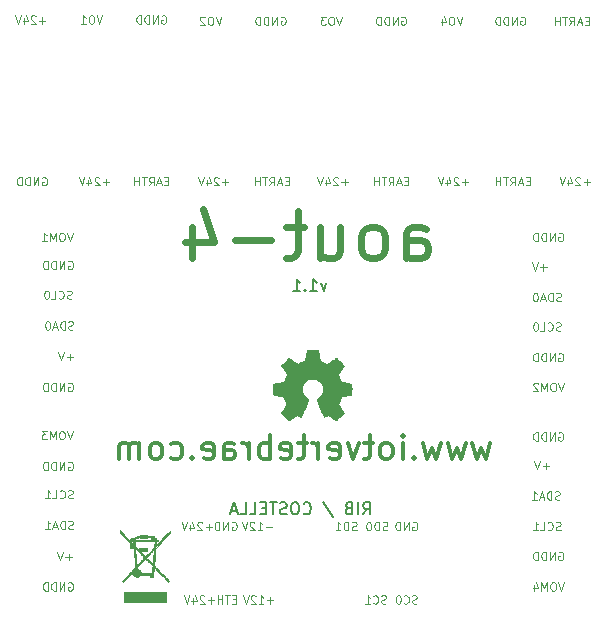
<source format=gbr>
%TF.GenerationSoftware,KiCad,Pcbnew,6.0.11+dfsg-1~bpo11+1*%
%TF.CreationDate,2023-04-06T13:38:35+02:00*%
%TF.ProjectId,aout-4_11,616f7574-2d34-45f3-9131-2e6b69636164,1.1*%
%TF.SameCoordinates,Original*%
%TF.FileFunction,Legend,Bot*%
%TF.FilePolarity,Positive*%
%FSLAX46Y46*%
G04 Gerber Fmt 4.6, Leading zero omitted, Abs format (unit mm)*
G04 Created by KiCad (PCBNEW 6.0.11+dfsg-1~bpo11+1) date 2023-04-06 13:38:35*
%MOMM*%
%LPD*%
G01*
G04 APERTURE LIST*
%ADD10C,0.110000*%
%ADD11C,0.300000*%
%ADD12C,0.150000*%
%ADD13C,0.600000*%
%ADD14C,0.200000*%
%ADD15C,0.010000*%
G04 APERTURE END LIST*
D10*
X139983333Y-119050000D02*
X139750000Y-119050000D01*
X139650000Y-119416666D02*
X139983333Y-119416666D01*
X139983333Y-118716666D01*
X139650000Y-118716666D01*
X139450000Y-118716666D02*
X139050000Y-118716666D01*
X139250000Y-119416666D02*
X139250000Y-118716666D01*
X138816666Y-119416666D02*
X138816666Y-118716666D01*
X138816666Y-119050000D02*
X138416666Y-119050000D01*
X138416666Y-119416666D02*
X138416666Y-118716666D01*
D11*
X161509523Y-105821428D02*
X161128571Y-107154761D01*
X160747619Y-106202380D01*
X160366666Y-107154761D01*
X159985714Y-105821428D01*
X159414285Y-105821428D02*
X159033333Y-107154761D01*
X158652380Y-106202380D01*
X158271428Y-107154761D01*
X157890476Y-105821428D01*
X157319047Y-105821428D02*
X156938095Y-107154761D01*
X156557142Y-106202380D01*
X156176190Y-107154761D01*
X155795238Y-105821428D01*
X155033333Y-106964285D02*
X154938095Y-107059523D01*
X155033333Y-107154761D01*
X155128571Y-107059523D01*
X155033333Y-106964285D01*
X155033333Y-107154761D01*
X154080952Y-107154761D02*
X154080952Y-105821428D01*
X154080952Y-105154761D02*
X154176190Y-105250000D01*
X154080952Y-105345238D01*
X153985714Y-105250000D01*
X154080952Y-105154761D01*
X154080952Y-105345238D01*
X152842857Y-107154761D02*
X153033333Y-107059523D01*
X153128571Y-106964285D01*
X153223809Y-106773809D01*
X153223809Y-106202380D01*
X153128571Y-106011904D01*
X153033333Y-105916666D01*
X152842857Y-105821428D01*
X152557142Y-105821428D01*
X152366666Y-105916666D01*
X152271428Y-106011904D01*
X152176190Y-106202380D01*
X152176190Y-106773809D01*
X152271428Y-106964285D01*
X152366666Y-107059523D01*
X152557142Y-107154761D01*
X152842857Y-107154761D01*
X151604761Y-105821428D02*
X150842857Y-105821428D01*
X151319047Y-105154761D02*
X151319047Y-106869047D01*
X151223809Y-107059523D01*
X151033333Y-107154761D01*
X150842857Y-107154761D01*
X150366666Y-105821428D02*
X149890476Y-107154761D01*
X149414285Y-105821428D01*
X147890476Y-107059523D02*
X148080952Y-107154761D01*
X148461904Y-107154761D01*
X148652380Y-107059523D01*
X148747619Y-106869047D01*
X148747619Y-106107142D01*
X148652380Y-105916666D01*
X148461904Y-105821428D01*
X148080952Y-105821428D01*
X147890476Y-105916666D01*
X147795238Y-106107142D01*
X147795238Y-106297619D01*
X148747619Y-106488095D01*
X146938095Y-107154761D02*
X146938095Y-105821428D01*
X146938095Y-106202380D02*
X146842857Y-106011904D01*
X146747619Y-105916666D01*
X146557142Y-105821428D01*
X146366666Y-105821428D01*
X145985714Y-105821428D02*
X145223809Y-105821428D01*
X145700000Y-105154761D02*
X145700000Y-106869047D01*
X145604761Y-107059523D01*
X145414285Y-107154761D01*
X145223809Y-107154761D01*
X143795238Y-107059523D02*
X143985714Y-107154761D01*
X144366666Y-107154761D01*
X144557142Y-107059523D01*
X144652380Y-106869047D01*
X144652380Y-106107142D01*
X144557142Y-105916666D01*
X144366666Y-105821428D01*
X143985714Y-105821428D01*
X143795238Y-105916666D01*
X143700000Y-106107142D01*
X143700000Y-106297619D01*
X144652380Y-106488095D01*
X142842857Y-107154761D02*
X142842857Y-105154761D01*
X142842857Y-105916666D02*
X142652380Y-105821428D01*
X142271428Y-105821428D01*
X142080952Y-105916666D01*
X141985714Y-106011904D01*
X141890476Y-106202380D01*
X141890476Y-106773809D01*
X141985714Y-106964285D01*
X142080952Y-107059523D01*
X142271428Y-107154761D01*
X142652380Y-107154761D01*
X142842857Y-107059523D01*
X141033333Y-107154761D02*
X141033333Y-105821428D01*
X141033333Y-106202380D02*
X140938095Y-106011904D01*
X140842857Y-105916666D01*
X140652380Y-105821428D01*
X140461904Y-105821428D01*
X138938095Y-107154761D02*
X138938095Y-106107142D01*
X139033333Y-105916666D01*
X139223809Y-105821428D01*
X139604761Y-105821428D01*
X139795238Y-105916666D01*
X138938095Y-107059523D02*
X139128571Y-107154761D01*
X139604761Y-107154761D01*
X139795238Y-107059523D01*
X139890476Y-106869047D01*
X139890476Y-106678571D01*
X139795238Y-106488095D01*
X139604761Y-106392857D01*
X139128571Y-106392857D01*
X138938095Y-106297619D01*
X137223809Y-107059523D02*
X137414285Y-107154761D01*
X137795238Y-107154761D01*
X137985714Y-107059523D01*
X138080952Y-106869047D01*
X138080952Y-106107142D01*
X137985714Y-105916666D01*
X137795238Y-105821428D01*
X137414285Y-105821428D01*
X137223809Y-105916666D01*
X137128571Y-106107142D01*
X137128571Y-106297619D01*
X138080952Y-106488095D01*
X136271428Y-106964285D02*
X136176190Y-107059523D01*
X136271428Y-107154761D01*
X136366666Y-107059523D01*
X136271428Y-106964285D01*
X136271428Y-107154761D01*
X134461904Y-107059523D02*
X134652380Y-107154761D01*
X135033333Y-107154761D01*
X135223809Y-107059523D01*
X135319047Y-106964285D01*
X135414285Y-106773809D01*
X135414285Y-106202380D01*
X135319047Y-106011904D01*
X135223809Y-105916666D01*
X135033333Y-105821428D01*
X134652380Y-105821428D01*
X134461904Y-105916666D01*
X133319047Y-107154761D02*
X133509523Y-107059523D01*
X133604761Y-106964285D01*
X133700000Y-106773809D01*
X133700000Y-106202380D01*
X133604761Y-106011904D01*
X133509523Y-105916666D01*
X133319047Y-105821428D01*
X133033333Y-105821428D01*
X132842857Y-105916666D01*
X132747619Y-106011904D01*
X132652380Y-106202380D01*
X132652380Y-106773809D01*
X132747619Y-106964285D01*
X132842857Y-107059523D01*
X133033333Y-107154761D01*
X133319047Y-107154761D01*
X131795238Y-107154761D02*
X131795238Y-105821428D01*
X131795238Y-106011904D02*
X131700000Y-105916666D01*
X131509523Y-105821428D01*
X131223809Y-105821428D01*
X131033333Y-105916666D01*
X130938095Y-106107142D01*
X130938095Y-107154761D01*
X130938095Y-106107142D02*
X130842857Y-105916666D01*
X130652380Y-105821428D01*
X130366666Y-105821428D01*
X130176190Y-105916666D01*
X130080952Y-106107142D01*
X130080952Y-107154761D01*
D10*
X167483333Y-93783333D02*
X167383333Y-93816666D01*
X167216666Y-93816666D01*
X167150000Y-93783333D01*
X167116666Y-93750000D01*
X167083333Y-93683333D01*
X167083333Y-93616666D01*
X167116666Y-93550000D01*
X167150000Y-93516666D01*
X167216666Y-93483333D01*
X167350000Y-93450000D01*
X167416666Y-93416666D01*
X167450000Y-93383333D01*
X167483333Y-93316666D01*
X167483333Y-93250000D01*
X167450000Y-93183333D01*
X167416666Y-93150000D01*
X167350000Y-93116666D01*
X167183333Y-93116666D01*
X167083333Y-93150000D01*
X166783333Y-93816666D02*
X166783333Y-93116666D01*
X166616666Y-93116666D01*
X166516666Y-93150000D01*
X166450000Y-93216666D01*
X166416666Y-93283333D01*
X166383333Y-93416666D01*
X166383333Y-93516666D01*
X166416666Y-93650000D01*
X166450000Y-93716666D01*
X166516666Y-93783333D01*
X166616666Y-93816666D01*
X166783333Y-93816666D01*
X166116666Y-93616666D02*
X165783333Y-93616666D01*
X166183333Y-93816666D02*
X165950000Y-93116666D01*
X165716666Y-93816666D01*
X165350000Y-93116666D02*
X165283333Y-93116666D01*
X165216666Y-93150000D01*
X165183333Y-93183333D01*
X165150000Y-93250000D01*
X165116666Y-93383333D01*
X165116666Y-93550000D01*
X165150000Y-93683333D01*
X165183333Y-93750000D01*
X165216666Y-93783333D01*
X165283333Y-93816666D01*
X165350000Y-93816666D01*
X165416666Y-93783333D01*
X165450000Y-93750000D01*
X165483333Y-93683333D01*
X165516666Y-93550000D01*
X165516666Y-93383333D01*
X165483333Y-93250000D01*
X165450000Y-93183333D01*
X165416666Y-93150000D01*
X165350000Y-93116666D01*
X154533333Y-83650000D02*
X154300000Y-83650000D01*
X154200000Y-84016666D02*
X154533333Y-84016666D01*
X154533333Y-83316666D01*
X154200000Y-83316666D01*
X153933333Y-83816666D02*
X153600000Y-83816666D01*
X154000000Y-84016666D02*
X153766666Y-83316666D01*
X153533333Y-84016666D01*
X152900000Y-84016666D02*
X153133333Y-83683333D01*
X153300000Y-84016666D02*
X153300000Y-83316666D01*
X153033333Y-83316666D01*
X152966666Y-83350000D01*
X152933333Y-83383333D01*
X152900000Y-83450000D01*
X152900000Y-83550000D01*
X152933333Y-83616666D01*
X152966666Y-83650000D01*
X153033333Y-83683333D01*
X153300000Y-83683333D01*
X152700000Y-83316666D02*
X152300000Y-83316666D01*
X152500000Y-84016666D02*
X152500000Y-83316666D01*
X152066666Y-84016666D02*
X152066666Y-83316666D01*
X152066666Y-83650000D02*
X151666666Y-83650000D01*
X151666666Y-84016666D02*
X151666666Y-83316666D01*
X125783333Y-107450000D02*
X125850000Y-107416666D01*
X125950000Y-107416666D01*
X126050000Y-107450000D01*
X126116666Y-107516666D01*
X126150000Y-107583333D01*
X126183333Y-107716666D01*
X126183333Y-107816666D01*
X126150000Y-107950000D01*
X126116666Y-108016666D01*
X126050000Y-108083333D01*
X125950000Y-108116666D01*
X125883333Y-108116666D01*
X125783333Y-108083333D01*
X125750000Y-108050000D01*
X125750000Y-107816666D01*
X125883333Y-107816666D01*
X125450000Y-108116666D02*
X125450000Y-107416666D01*
X125050000Y-108116666D01*
X125050000Y-107416666D01*
X124716666Y-108116666D02*
X124716666Y-107416666D01*
X124550000Y-107416666D01*
X124450000Y-107450000D01*
X124383333Y-107516666D01*
X124350000Y-107583333D01*
X124316666Y-107716666D01*
X124316666Y-107816666D01*
X124350000Y-107950000D01*
X124383333Y-108016666D01*
X124450000Y-108083333D01*
X124550000Y-108116666D01*
X124716666Y-108116666D01*
X124016666Y-108116666D02*
X124016666Y-107416666D01*
X123850000Y-107416666D01*
X123750000Y-107450000D01*
X123683333Y-107516666D01*
X123650000Y-107583333D01*
X123616666Y-107716666D01*
X123616666Y-107816666D01*
X123650000Y-107950000D01*
X123683333Y-108016666D01*
X123750000Y-108083333D01*
X123850000Y-108116666D01*
X124016666Y-108116666D01*
X126133333Y-104816666D02*
X125900000Y-105516666D01*
X125666666Y-104816666D01*
X125300000Y-104816666D02*
X125166666Y-104816666D01*
X125100000Y-104850000D01*
X125033333Y-104916666D01*
X125000000Y-105050000D01*
X125000000Y-105283333D01*
X125033333Y-105416666D01*
X125100000Y-105483333D01*
X125166666Y-105516666D01*
X125300000Y-105516666D01*
X125366666Y-105483333D01*
X125433333Y-105416666D01*
X125466666Y-105283333D01*
X125466666Y-105050000D01*
X125433333Y-104916666D01*
X125366666Y-104850000D01*
X125300000Y-104816666D01*
X124700000Y-105516666D02*
X124700000Y-104816666D01*
X124466666Y-105316666D01*
X124233333Y-104816666D01*
X124233333Y-105516666D01*
X123966666Y-104816666D02*
X123533333Y-104816666D01*
X123766666Y-105083333D01*
X123666666Y-105083333D01*
X123600000Y-105116666D01*
X123566666Y-105150000D01*
X123533333Y-105216666D01*
X123533333Y-105383333D01*
X123566666Y-105450000D01*
X123600000Y-105483333D01*
X123666666Y-105516666D01*
X123866666Y-105516666D01*
X123933333Y-105483333D01*
X123966666Y-105450000D01*
X167283333Y-88050000D02*
X167350000Y-88016666D01*
X167450000Y-88016666D01*
X167550000Y-88050000D01*
X167616666Y-88116666D01*
X167650000Y-88183333D01*
X167683333Y-88316666D01*
X167683333Y-88416666D01*
X167650000Y-88550000D01*
X167616666Y-88616666D01*
X167550000Y-88683333D01*
X167450000Y-88716666D01*
X167383333Y-88716666D01*
X167283333Y-88683333D01*
X167250000Y-88650000D01*
X167250000Y-88416666D01*
X167383333Y-88416666D01*
X166950000Y-88716666D02*
X166950000Y-88016666D01*
X166550000Y-88716666D01*
X166550000Y-88016666D01*
X166216666Y-88716666D02*
X166216666Y-88016666D01*
X166050000Y-88016666D01*
X165950000Y-88050000D01*
X165883333Y-88116666D01*
X165850000Y-88183333D01*
X165816666Y-88316666D01*
X165816666Y-88416666D01*
X165850000Y-88550000D01*
X165883333Y-88616666D01*
X165950000Y-88683333D01*
X166050000Y-88716666D01*
X166216666Y-88716666D01*
X165516666Y-88716666D02*
X165516666Y-88016666D01*
X165350000Y-88016666D01*
X165250000Y-88050000D01*
X165183333Y-88116666D01*
X165150000Y-88183333D01*
X165116666Y-88316666D01*
X165116666Y-88416666D01*
X165150000Y-88550000D01*
X165183333Y-88616666D01*
X165250000Y-88683333D01*
X165350000Y-88716666D01*
X165516666Y-88716666D01*
X126183333Y-96183333D02*
X126083333Y-96216666D01*
X125916666Y-96216666D01*
X125850000Y-96183333D01*
X125816666Y-96150000D01*
X125783333Y-96083333D01*
X125783333Y-96016666D01*
X125816666Y-95950000D01*
X125850000Y-95916666D01*
X125916666Y-95883333D01*
X126050000Y-95850000D01*
X126116666Y-95816666D01*
X126150000Y-95783333D01*
X126183333Y-95716666D01*
X126183333Y-95650000D01*
X126150000Y-95583333D01*
X126116666Y-95550000D01*
X126050000Y-95516666D01*
X125883333Y-95516666D01*
X125783333Y-95550000D01*
X125483333Y-96216666D02*
X125483333Y-95516666D01*
X125316666Y-95516666D01*
X125216666Y-95550000D01*
X125150000Y-95616666D01*
X125116666Y-95683333D01*
X125083333Y-95816666D01*
X125083333Y-95916666D01*
X125116666Y-96050000D01*
X125150000Y-96116666D01*
X125216666Y-96183333D01*
X125316666Y-96216666D01*
X125483333Y-96216666D01*
X124816666Y-96016666D02*
X124483333Y-96016666D01*
X124883333Y-96216666D02*
X124650000Y-95516666D01*
X124416666Y-96216666D01*
X124050000Y-95516666D02*
X123983333Y-95516666D01*
X123916666Y-95550000D01*
X123883333Y-95583333D01*
X123850000Y-95650000D01*
X123816666Y-95783333D01*
X123816666Y-95950000D01*
X123850000Y-96083333D01*
X123883333Y-96150000D01*
X123916666Y-96183333D01*
X123983333Y-96216666D01*
X124050000Y-96216666D01*
X124116666Y-96183333D01*
X124150000Y-96150000D01*
X124183333Y-96083333D01*
X124216666Y-95950000D01*
X124216666Y-95783333D01*
X124183333Y-95650000D01*
X124150000Y-95583333D01*
X124116666Y-95550000D01*
X124050000Y-95516666D01*
X167283333Y-115050000D02*
X167350000Y-115016666D01*
X167450000Y-115016666D01*
X167550000Y-115050000D01*
X167616666Y-115116666D01*
X167650000Y-115183333D01*
X167683333Y-115316666D01*
X167683333Y-115416666D01*
X167650000Y-115550000D01*
X167616666Y-115616666D01*
X167550000Y-115683333D01*
X167450000Y-115716666D01*
X167383333Y-115716666D01*
X167283333Y-115683333D01*
X167250000Y-115650000D01*
X167250000Y-115416666D01*
X167383333Y-115416666D01*
X166950000Y-115716666D02*
X166950000Y-115016666D01*
X166550000Y-115716666D01*
X166550000Y-115016666D01*
X166216666Y-115716666D02*
X166216666Y-115016666D01*
X166050000Y-115016666D01*
X165950000Y-115050000D01*
X165883333Y-115116666D01*
X165850000Y-115183333D01*
X165816666Y-115316666D01*
X165816666Y-115416666D01*
X165850000Y-115550000D01*
X165883333Y-115616666D01*
X165950000Y-115683333D01*
X166050000Y-115716666D01*
X166216666Y-115716666D01*
X165516666Y-115716666D02*
X165516666Y-115016666D01*
X165350000Y-115016666D01*
X165250000Y-115050000D01*
X165183333Y-115116666D01*
X165150000Y-115183333D01*
X165116666Y-115316666D01*
X165116666Y-115416666D01*
X165150000Y-115550000D01*
X165183333Y-115616666D01*
X165250000Y-115683333D01*
X165350000Y-115716666D01*
X165516666Y-115716666D01*
X126166666Y-98550000D02*
X125633333Y-98550000D01*
X125900000Y-98816666D02*
X125900000Y-98283333D01*
X125400000Y-98116666D02*
X125166666Y-98816666D01*
X124933333Y-98116666D01*
D12*
X150735714Y-111852380D02*
X151069047Y-111376190D01*
X151307142Y-111852380D02*
X151307142Y-110852380D01*
X150926190Y-110852380D01*
X150830952Y-110900000D01*
X150783333Y-110947619D01*
X150735714Y-111042857D01*
X150735714Y-111185714D01*
X150783333Y-111280952D01*
X150830952Y-111328571D01*
X150926190Y-111376190D01*
X151307142Y-111376190D01*
X150307142Y-111852380D02*
X150307142Y-110852380D01*
X149497619Y-111328571D02*
X149354761Y-111376190D01*
X149307142Y-111423809D01*
X149259523Y-111519047D01*
X149259523Y-111661904D01*
X149307142Y-111757142D01*
X149354761Y-111804761D01*
X149450000Y-111852380D01*
X149830952Y-111852380D01*
X149830952Y-110852380D01*
X149497619Y-110852380D01*
X149402380Y-110900000D01*
X149354761Y-110947619D01*
X149307142Y-111042857D01*
X149307142Y-111138095D01*
X149354761Y-111233333D01*
X149402380Y-111280952D01*
X149497619Y-111328571D01*
X149830952Y-111328571D01*
X147354761Y-110804761D02*
X148211904Y-112090476D01*
X145688095Y-111757142D02*
X145735714Y-111804761D01*
X145878571Y-111852380D01*
X145973809Y-111852380D01*
X146116666Y-111804761D01*
X146211904Y-111709523D01*
X146259523Y-111614285D01*
X146307142Y-111423809D01*
X146307142Y-111280952D01*
X146259523Y-111090476D01*
X146211904Y-110995238D01*
X146116666Y-110900000D01*
X145973809Y-110852380D01*
X145878571Y-110852380D01*
X145735714Y-110900000D01*
X145688095Y-110947619D01*
X145069047Y-110852380D02*
X144878571Y-110852380D01*
X144783333Y-110900000D01*
X144688095Y-110995238D01*
X144640476Y-111185714D01*
X144640476Y-111519047D01*
X144688095Y-111709523D01*
X144783333Y-111804761D01*
X144878571Y-111852380D01*
X145069047Y-111852380D01*
X145164285Y-111804761D01*
X145259523Y-111709523D01*
X145307142Y-111519047D01*
X145307142Y-111185714D01*
X145259523Y-110995238D01*
X145164285Y-110900000D01*
X145069047Y-110852380D01*
X144259523Y-111804761D02*
X144116666Y-111852380D01*
X143878571Y-111852380D01*
X143783333Y-111804761D01*
X143735714Y-111757142D01*
X143688095Y-111661904D01*
X143688095Y-111566666D01*
X143735714Y-111471428D01*
X143783333Y-111423809D01*
X143878571Y-111376190D01*
X144069047Y-111328571D01*
X144164285Y-111280952D01*
X144211904Y-111233333D01*
X144259523Y-111138095D01*
X144259523Y-111042857D01*
X144211904Y-110947619D01*
X144164285Y-110900000D01*
X144069047Y-110852380D01*
X143830952Y-110852380D01*
X143688095Y-110900000D01*
X143402380Y-110852380D02*
X142830952Y-110852380D01*
X143116666Y-111852380D02*
X143116666Y-110852380D01*
X142497619Y-111328571D02*
X142164285Y-111328571D01*
X142021428Y-111852380D02*
X142497619Y-111852380D01*
X142497619Y-110852380D01*
X142021428Y-110852380D01*
X141116666Y-111852380D02*
X141592857Y-111852380D01*
X141592857Y-110852380D01*
X140307142Y-111852380D02*
X140783333Y-111852380D01*
X140783333Y-110852380D01*
X140021428Y-111566666D02*
X139545238Y-111566666D01*
X140116666Y-111852380D02*
X139783333Y-110852380D01*
X139450000Y-111852380D01*
D10*
X126066666Y-115450000D02*
X125533333Y-115450000D01*
X125800000Y-115716666D02*
X125800000Y-115183333D01*
X125300000Y-115016666D02*
X125066666Y-115716666D01*
X124833333Y-115016666D01*
X137933333Y-112950000D02*
X137400000Y-112950000D01*
X137666666Y-113216666D02*
X137666666Y-112683333D01*
X137100000Y-112583333D02*
X137066666Y-112550000D01*
X137000000Y-112516666D01*
X136833333Y-112516666D01*
X136766666Y-112550000D01*
X136733333Y-112583333D01*
X136700000Y-112650000D01*
X136700000Y-112716666D01*
X136733333Y-112816666D01*
X137133333Y-113216666D01*
X136700000Y-113216666D01*
X136100000Y-112750000D02*
X136100000Y-113216666D01*
X136266666Y-112483333D02*
X136433333Y-112983333D01*
X136000000Y-112983333D01*
X135833333Y-112516666D02*
X135600000Y-113216666D01*
X135366666Y-112516666D01*
X169933333Y-83750000D02*
X169400000Y-83750000D01*
X169666666Y-84016666D02*
X169666666Y-83483333D01*
X169100000Y-83383333D02*
X169066666Y-83350000D01*
X169000000Y-83316666D01*
X168833333Y-83316666D01*
X168766666Y-83350000D01*
X168733333Y-83383333D01*
X168700000Y-83450000D01*
X168700000Y-83516666D01*
X168733333Y-83616666D01*
X169133333Y-84016666D01*
X168700000Y-84016666D01*
X168100000Y-83550000D02*
X168100000Y-84016666D01*
X168266666Y-83283333D02*
X168433333Y-83783333D01*
X168000000Y-83783333D01*
X167833333Y-83316666D02*
X167600000Y-84016666D01*
X167366666Y-83316666D01*
X150183333Y-113183333D02*
X150083333Y-113216666D01*
X149916666Y-113216666D01*
X149850000Y-113183333D01*
X149816666Y-113150000D01*
X149783333Y-113083333D01*
X149783333Y-113016666D01*
X149816666Y-112950000D01*
X149850000Y-112916666D01*
X149916666Y-112883333D01*
X150050000Y-112850000D01*
X150116666Y-112816666D01*
X150150000Y-112783333D01*
X150183333Y-112716666D01*
X150183333Y-112650000D01*
X150150000Y-112583333D01*
X150116666Y-112550000D01*
X150050000Y-112516666D01*
X149883333Y-112516666D01*
X149783333Y-112550000D01*
X149483333Y-113216666D02*
X149483333Y-112516666D01*
X149316666Y-112516666D01*
X149216666Y-112550000D01*
X149150000Y-112616666D01*
X149116666Y-112683333D01*
X149083333Y-112816666D01*
X149083333Y-112916666D01*
X149116666Y-113050000D01*
X149150000Y-113116666D01*
X149216666Y-113183333D01*
X149316666Y-113216666D01*
X149483333Y-113216666D01*
X148416666Y-113216666D02*
X148816666Y-113216666D01*
X148616666Y-113216666D02*
X148616666Y-112516666D01*
X148683333Y-112616666D01*
X148750000Y-112683333D01*
X148816666Y-112716666D01*
X167466666Y-96283333D02*
X167366666Y-96316666D01*
X167200000Y-96316666D01*
X167133333Y-96283333D01*
X167100000Y-96250000D01*
X167066666Y-96183333D01*
X167066666Y-96116666D01*
X167100000Y-96050000D01*
X167133333Y-96016666D01*
X167200000Y-95983333D01*
X167333333Y-95950000D01*
X167400000Y-95916666D01*
X167433333Y-95883333D01*
X167466666Y-95816666D01*
X167466666Y-95750000D01*
X167433333Y-95683333D01*
X167400000Y-95650000D01*
X167333333Y-95616666D01*
X167166666Y-95616666D01*
X167066666Y-95650000D01*
X166366666Y-96250000D02*
X166400000Y-96283333D01*
X166500000Y-96316666D01*
X166566666Y-96316666D01*
X166666666Y-96283333D01*
X166733333Y-96216666D01*
X166766666Y-96150000D01*
X166800000Y-96016666D01*
X166800000Y-95916666D01*
X166766666Y-95783333D01*
X166733333Y-95716666D01*
X166666666Y-95650000D01*
X166566666Y-95616666D01*
X166500000Y-95616666D01*
X166400000Y-95650000D01*
X166366666Y-95683333D01*
X165733333Y-96316666D02*
X166066666Y-96316666D01*
X166066666Y-95616666D01*
X165366666Y-95616666D02*
X165300000Y-95616666D01*
X165233333Y-95650000D01*
X165200000Y-95683333D01*
X165166666Y-95750000D01*
X165133333Y-95883333D01*
X165133333Y-96050000D01*
X165166666Y-96183333D01*
X165200000Y-96250000D01*
X165233333Y-96283333D01*
X165300000Y-96316666D01*
X165366666Y-96316666D01*
X165433333Y-96283333D01*
X165466666Y-96250000D01*
X165500000Y-96183333D01*
X165533333Y-96050000D01*
X165533333Y-95883333D01*
X165500000Y-95750000D01*
X165466666Y-95683333D01*
X165433333Y-95650000D01*
X165366666Y-95616666D01*
X125783333Y-117650000D02*
X125850000Y-117616666D01*
X125950000Y-117616666D01*
X126050000Y-117650000D01*
X126116666Y-117716666D01*
X126150000Y-117783333D01*
X126183333Y-117916666D01*
X126183333Y-118016666D01*
X126150000Y-118150000D01*
X126116666Y-118216666D01*
X126050000Y-118283333D01*
X125950000Y-118316666D01*
X125883333Y-118316666D01*
X125783333Y-118283333D01*
X125750000Y-118250000D01*
X125750000Y-118016666D01*
X125883333Y-118016666D01*
X125450000Y-118316666D02*
X125450000Y-117616666D01*
X125050000Y-118316666D01*
X125050000Y-117616666D01*
X124716666Y-118316666D02*
X124716666Y-117616666D01*
X124550000Y-117616666D01*
X124450000Y-117650000D01*
X124383333Y-117716666D01*
X124350000Y-117783333D01*
X124316666Y-117916666D01*
X124316666Y-118016666D01*
X124350000Y-118150000D01*
X124383333Y-118216666D01*
X124450000Y-118283333D01*
X124550000Y-118316666D01*
X124716666Y-118316666D01*
X124016666Y-118316666D02*
X124016666Y-117616666D01*
X123850000Y-117616666D01*
X123750000Y-117650000D01*
X123683333Y-117716666D01*
X123650000Y-117783333D01*
X123616666Y-117916666D01*
X123616666Y-118016666D01*
X123650000Y-118150000D01*
X123683333Y-118216666D01*
X123750000Y-118283333D01*
X123850000Y-118316666D01*
X124016666Y-118316666D01*
X167733333Y-117616666D02*
X167500000Y-118316666D01*
X167266666Y-117616666D01*
X166900000Y-117616666D02*
X166766666Y-117616666D01*
X166700000Y-117650000D01*
X166633333Y-117716666D01*
X166600000Y-117850000D01*
X166600000Y-118083333D01*
X166633333Y-118216666D01*
X166700000Y-118283333D01*
X166766666Y-118316666D01*
X166900000Y-118316666D01*
X166966666Y-118283333D01*
X167033333Y-118216666D01*
X167066666Y-118083333D01*
X167066666Y-117850000D01*
X167033333Y-117716666D01*
X166966666Y-117650000D01*
X166900000Y-117616666D01*
X166300000Y-118316666D02*
X166300000Y-117616666D01*
X166066666Y-118116666D01*
X165833333Y-117616666D01*
X165833333Y-118316666D01*
X165200000Y-117850000D02*
X165200000Y-118316666D01*
X165366666Y-117583333D02*
X165533333Y-118083333D01*
X165100000Y-118083333D01*
X143033333Y-112950000D02*
X142500000Y-112950000D01*
X141800000Y-113216666D02*
X142200000Y-113216666D01*
X142000000Y-113216666D02*
X142000000Y-112516666D01*
X142066666Y-112616666D01*
X142133333Y-112683333D01*
X142200000Y-112716666D01*
X141533333Y-112583333D02*
X141500000Y-112550000D01*
X141433333Y-112516666D01*
X141266666Y-112516666D01*
X141200000Y-112550000D01*
X141166666Y-112583333D01*
X141133333Y-112650000D01*
X141133333Y-112716666D01*
X141166666Y-112816666D01*
X141566666Y-113216666D01*
X141133333Y-113216666D01*
X140933333Y-112516666D02*
X140700000Y-113216666D01*
X140466666Y-112516666D01*
X123833333Y-70050000D02*
X123300000Y-70050000D01*
X123566666Y-70316666D02*
X123566666Y-69783333D01*
X123000000Y-69683333D02*
X122966666Y-69650000D01*
X122900000Y-69616666D01*
X122733333Y-69616666D01*
X122666666Y-69650000D01*
X122633333Y-69683333D01*
X122600000Y-69750000D01*
X122600000Y-69816666D01*
X122633333Y-69916666D01*
X123033333Y-70316666D01*
X122600000Y-70316666D01*
X122000000Y-69850000D02*
X122000000Y-70316666D01*
X122166666Y-69583333D02*
X122333333Y-70083333D01*
X121900000Y-70083333D01*
X121733333Y-69616666D02*
X121500000Y-70316666D01*
X121266666Y-69616666D01*
X167733333Y-100716666D02*
X167500000Y-101416666D01*
X167266666Y-100716666D01*
X166900000Y-100716666D02*
X166766666Y-100716666D01*
X166700000Y-100750000D01*
X166633333Y-100816666D01*
X166600000Y-100950000D01*
X166600000Y-101183333D01*
X166633333Y-101316666D01*
X166700000Y-101383333D01*
X166766666Y-101416666D01*
X166900000Y-101416666D01*
X166966666Y-101383333D01*
X167033333Y-101316666D01*
X167066666Y-101183333D01*
X167066666Y-100950000D01*
X167033333Y-100816666D01*
X166966666Y-100750000D01*
X166900000Y-100716666D01*
X166300000Y-101416666D02*
X166300000Y-100716666D01*
X166066666Y-101216666D01*
X165833333Y-100716666D01*
X165833333Y-101416666D01*
X165533333Y-100783333D02*
X165500000Y-100750000D01*
X165433333Y-100716666D01*
X165266666Y-100716666D01*
X165200000Y-100750000D01*
X165166666Y-100783333D01*
X165133333Y-100850000D01*
X165133333Y-100916666D01*
X165166666Y-101016666D01*
X165566666Y-101416666D01*
X165133333Y-101416666D01*
X125783333Y-90450000D02*
X125850000Y-90416666D01*
X125950000Y-90416666D01*
X126050000Y-90450000D01*
X126116666Y-90516666D01*
X126150000Y-90583333D01*
X126183333Y-90716666D01*
X126183333Y-90816666D01*
X126150000Y-90950000D01*
X126116666Y-91016666D01*
X126050000Y-91083333D01*
X125950000Y-91116666D01*
X125883333Y-91116666D01*
X125783333Y-91083333D01*
X125750000Y-91050000D01*
X125750000Y-90816666D01*
X125883333Y-90816666D01*
X125450000Y-91116666D02*
X125450000Y-90416666D01*
X125050000Y-91116666D01*
X125050000Y-90416666D01*
X124716666Y-91116666D02*
X124716666Y-90416666D01*
X124550000Y-90416666D01*
X124450000Y-90450000D01*
X124383333Y-90516666D01*
X124350000Y-90583333D01*
X124316666Y-90716666D01*
X124316666Y-90816666D01*
X124350000Y-90950000D01*
X124383333Y-91016666D01*
X124450000Y-91083333D01*
X124550000Y-91116666D01*
X124716666Y-91116666D01*
X124016666Y-91116666D02*
X124016666Y-90416666D01*
X123850000Y-90416666D01*
X123750000Y-90450000D01*
X123683333Y-90516666D01*
X123650000Y-90583333D01*
X123616666Y-90716666D01*
X123616666Y-90816666D01*
X123650000Y-90950000D01*
X123683333Y-91016666D01*
X123750000Y-91083333D01*
X123850000Y-91116666D01*
X124016666Y-91116666D01*
X152783333Y-113183333D02*
X152683333Y-113216666D01*
X152516666Y-113216666D01*
X152450000Y-113183333D01*
X152416666Y-113150000D01*
X152383333Y-113083333D01*
X152383333Y-113016666D01*
X152416666Y-112950000D01*
X152450000Y-112916666D01*
X152516666Y-112883333D01*
X152650000Y-112850000D01*
X152716666Y-112816666D01*
X152750000Y-112783333D01*
X152783333Y-112716666D01*
X152783333Y-112650000D01*
X152750000Y-112583333D01*
X152716666Y-112550000D01*
X152650000Y-112516666D01*
X152483333Y-112516666D01*
X152383333Y-112550000D01*
X152083333Y-113216666D02*
X152083333Y-112516666D01*
X151916666Y-112516666D01*
X151816666Y-112550000D01*
X151750000Y-112616666D01*
X151716666Y-112683333D01*
X151683333Y-112816666D01*
X151683333Y-112916666D01*
X151716666Y-113050000D01*
X151750000Y-113116666D01*
X151816666Y-113183333D01*
X151916666Y-113216666D01*
X152083333Y-113216666D01*
X151250000Y-112516666D02*
X151183333Y-112516666D01*
X151116666Y-112550000D01*
X151083333Y-112583333D01*
X151050000Y-112650000D01*
X151016666Y-112783333D01*
X151016666Y-112950000D01*
X151050000Y-113083333D01*
X151083333Y-113150000D01*
X151116666Y-113183333D01*
X151183333Y-113216666D01*
X151250000Y-113216666D01*
X151316666Y-113183333D01*
X151350000Y-113150000D01*
X151383333Y-113083333D01*
X151416666Y-112950000D01*
X151416666Y-112783333D01*
X151383333Y-112650000D01*
X151350000Y-112583333D01*
X151316666Y-112550000D01*
X151250000Y-112516666D01*
X167383333Y-110583333D02*
X167283333Y-110616666D01*
X167116666Y-110616666D01*
X167050000Y-110583333D01*
X167016666Y-110550000D01*
X166983333Y-110483333D01*
X166983333Y-110416666D01*
X167016666Y-110350000D01*
X167050000Y-110316666D01*
X167116666Y-110283333D01*
X167250000Y-110250000D01*
X167316666Y-110216666D01*
X167350000Y-110183333D01*
X167383333Y-110116666D01*
X167383333Y-110050000D01*
X167350000Y-109983333D01*
X167316666Y-109950000D01*
X167250000Y-109916666D01*
X167083333Y-109916666D01*
X166983333Y-109950000D01*
X166683333Y-110616666D02*
X166683333Y-109916666D01*
X166516666Y-109916666D01*
X166416666Y-109950000D01*
X166350000Y-110016666D01*
X166316666Y-110083333D01*
X166283333Y-110216666D01*
X166283333Y-110316666D01*
X166316666Y-110450000D01*
X166350000Y-110516666D01*
X166416666Y-110583333D01*
X166516666Y-110616666D01*
X166683333Y-110616666D01*
X166016666Y-110416666D02*
X165683333Y-110416666D01*
X166083333Y-110616666D02*
X165850000Y-109916666D01*
X165616666Y-110616666D01*
X165016666Y-110616666D02*
X165416666Y-110616666D01*
X165216666Y-110616666D02*
X165216666Y-109916666D01*
X165283333Y-110016666D01*
X165350000Y-110083333D01*
X165416666Y-110116666D01*
X166466666Y-107750000D02*
X165933333Y-107750000D01*
X166200000Y-108016666D02*
X166200000Y-107483333D01*
X165700000Y-107316666D02*
X165466666Y-108016666D01*
X165233333Y-107316666D01*
X125783333Y-100750000D02*
X125850000Y-100716666D01*
X125950000Y-100716666D01*
X126050000Y-100750000D01*
X126116666Y-100816666D01*
X126150000Y-100883333D01*
X126183333Y-101016666D01*
X126183333Y-101116666D01*
X126150000Y-101250000D01*
X126116666Y-101316666D01*
X126050000Y-101383333D01*
X125950000Y-101416666D01*
X125883333Y-101416666D01*
X125783333Y-101383333D01*
X125750000Y-101350000D01*
X125750000Y-101116666D01*
X125883333Y-101116666D01*
X125450000Y-101416666D02*
X125450000Y-100716666D01*
X125050000Y-101416666D01*
X125050000Y-100716666D01*
X124716666Y-101416666D02*
X124716666Y-100716666D01*
X124550000Y-100716666D01*
X124450000Y-100750000D01*
X124383333Y-100816666D01*
X124350000Y-100883333D01*
X124316666Y-101016666D01*
X124316666Y-101116666D01*
X124350000Y-101250000D01*
X124383333Y-101316666D01*
X124450000Y-101383333D01*
X124550000Y-101416666D01*
X124716666Y-101416666D01*
X124016666Y-101416666D02*
X124016666Y-100716666D01*
X123850000Y-100716666D01*
X123750000Y-100750000D01*
X123683333Y-100816666D01*
X123650000Y-100883333D01*
X123616666Y-101016666D01*
X123616666Y-101116666D01*
X123650000Y-101250000D01*
X123683333Y-101316666D01*
X123750000Y-101383333D01*
X123850000Y-101416666D01*
X124016666Y-101416666D01*
X143783333Y-69750000D02*
X143850000Y-69716666D01*
X143950000Y-69716666D01*
X144050000Y-69750000D01*
X144116666Y-69816666D01*
X144150000Y-69883333D01*
X144183333Y-70016666D01*
X144183333Y-70116666D01*
X144150000Y-70250000D01*
X144116666Y-70316666D01*
X144050000Y-70383333D01*
X143950000Y-70416666D01*
X143883333Y-70416666D01*
X143783333Y-70383333D01*
X143750000Y-70350000D01*
X143750000Y-70116666D01*
X143883333Y-70116666D01*
X143450000Y-70416666D02*
X143450000Y-69716666D01*
X143050000Y-70416666D01*
X143050000Y-69716666D01*
X142716666Y-70416666D02*
X142716666Y-69716666D01*
X142550000Y-69716666D01*
X142450000Y-69750000D01*
X142383333Y-69816666D01*
X142350000Y-69883333D01*
X142316666Y-70016666D01*
X142316666Y-70116666D01*
X142350000Y-70250000D01*
X142383333Y-70316666D01*
X142450000Y-70383333D01*
X142550000Y-70416666D01*
X142716666Y-70416666D01*
X142016666Y-70416666D02*
X142016666Y-69716666D01*
X141850000Y-69716666D01*
X141750000Y-69750000D01*
X141683333Y-69816666D01*
X141650000Y-69883333D01*
X141616666Y-70016666D01*
X141616666Y-70116666D01*
X141650000Y-70250000D01*
X141683333Y-70316666D01*
X141750000Y-70383333D01*
X141850000Y-70416666D01*
X142016666Y-70416666D01*
X164083333Y-69750000D02*
X164150000Y-69716666D01*
X164250000Y-69716666D01*
X164350000Y-69750000D01*
X164416666Y-69816666D01*
X164450000Y-69883333D01*
X164483333Y-70016666D01*
X164483333Y-70116666D01*
X164450000Y-70250000D01*
X164416666Y-70316666D01*
X164350000Y-70383333D01*
X164250000Y-70416666D01*
X164183333Y-70416666D01*
X164083333Y-70383333D01*
X164050000Y-70350000D01*
X164050000Y-70116666D01*
X164183333Y-70116666D01*
X163750000Y-70416666D02*
X163750000Y-69716666D01*
X163350000Y-70416666D01*
X163350000Y-69716666D01*
X163016666Y-70416666D02*
X163016666Y-69716666D01*
X162850000Y-69716666D01*
X162750000Y-69750000D01*
X162683333Y-69816666D01*
X162650000Y-69883333D01*
X162616666Y-70016666D01*
X162616666Y-70116666D01*
X162650000Y-70250000D01*
X162683333Y-70316666D01*
X162750000Y-70383333D01*
X162850000Y-70416666D01*
X163016666Y-70416666D01*
X162316666Y-70416666D02*
X162316666Y-69716666D01*
X162150000Y-69716666D01*
X162050000Y-69750000D01*
X161983333Y-69816666D01*
X161950000Y-69883333D01*
X161916666Y-70016666D01*
X161916666Y-70116666D01*
X161950000Y-70250000D01*
X161983333Y-70316666D01*
X162050000Y-70383333D01*
X162150000Y-70416666D01*
X162316666Y-70416666D01*
X126133333Y-88016666D02*
X125900000Y-88716666D01*
X125666666Y-88016666D01*
X125300000Y-88016666D02*
X125166666Y-88016666D01*
X125100000Y-88050000D01*
X125033333Y-88116666D01*
X125000000Y-88250000D01*
X125000000Y-88483333D01*
X125033333Y-88616666D01*
X125100000Y-88683333D01*
X125166666Y-88716666D01*
X125300000Y-88716666D01*
X125366666Y-88683333D01*
X125433333Y-88616666D01*
X125466666Y-88483333D01*
X125466666Y-88250000D01*
X125433333Y-88116666D01*
X125366666Y-88050000D01*
X125300000Y-88016666D01*
X124700000Y-88716666D02*
X124700000Y-88016666D01*
X124466666Y-88516666D01*
X124233333Y-88016666D01*
X124233333Y-88716666D01*
X123533333Y-88716666D02*
X123933333Y-88716666D01*
X123733333Y-88716666D02*
X123733333Y-88016666D01*
X123800000Y-88116666D01*
X123866666Y-88183333D01*
X123933333Y-88216666D01*
X133683333Y-69650000D02*
X133750000Y-69616666D01*
X133850000Y-69616666D01*
X133950000Y-69650000D01*
X134016666Y-69716666D01*
X134050000Y-69783333D01*
X134083333Y-69916666D01*
X134083333Y-70016666D01*
X134050000Y-70150000D01*
X134016666Y-70216666D01*
X133950000Y-70283333D01*
X133850000Y-70316666D01*
X133783333Y-70316666D01*
X133683333Y-70283333D01*
X133650000Y-70250000D01*
X133650000Y-70016666D01*
X133783333Y-70016666D01*
X133350000Y-70316666D02*
X133350000Y-69616666D01*
X132950000Y-70316666D01*
X132950000Y-69616666D01*
X132616666Y-70316666D02*
X132616666Y-69616666D01*
X132450000Y-69616666D01*
X132350000Y-69650000D01*
X132283333Y-69716666D01*
X132250000Y-69783333D01*
X132216666Y-69916666D01*
X132216666Y-70016666D01*
X132250000Y-70150000D01*
X132283333Y-70216666D01*
X132350000Y-70283333D01*
X132450000Y-70316666D01*
X132616666Y-70316666D01*
X131916666Y-70316666D02*
X131916666Y-69616666D01*
X131750000Y-69616666D01*
X131650000Y-69650000D01*
X131583333Y-69716666D01*
X131550000Y-69783333D01*
X131516666Y-69916666D01*
X131516666Y-70016666D01*
X131550000Y-70150000D01*
X131583333Y-70216666D01*
X131650000Y-70283333D01*
X131750000Y-70316666D01*
X131916666Y-70316666D01*
X138733333Y-69716666D02*
X138500000Y-70416666D01*
X138266666Y-69716666D01*
X137900000Y-69716666D02*
X137766666Y-69716666D01*
X137700000Y-69750000D01*
X137633333Y-69816666D01*
X137600000Y-69950000D01*
X137600000Y-70183333D01*
X137633333Y-70316666D01*
X137700000Y-70383333D01*
X137766666Y-70416666D01*
X137900000Y-70416666D01*
X137966666Y-70383333D01*
X138033333Y-70316666D01*
X138066666Y-70183333D01*
X138066666Y-69950000D01*
X138033333Y-69816666D01*
X137966666Y-69750000D01*
X137900000Y-69716666D01*
X137333333Y-69783333D02*
X137300000Y-69750000D01*
X137233333Y-69716666D01*
X137066666Y-69716666D01*
X137000000Y-69750000D01*
X136966666Y-69783333D01*
X136933333Y-69850000D01*
X136933333Y-69916666D01*
X136966666Y-70016666D01*
X137366666Y-70416666D01*
X136933333Y-70416666D01*
X138133333Y-119150000D02*
X137600000Y-119150000D01*
X137866666Y-119416666D02*
X137866666Y-118883333D01*
X137300000Y-118783333D02*
X137266666Y-118750000D01*
X137200000Y-118716666D01*
X137033333Y-118716666D01*
X136966666Y-118750000D01*
X136933333Y-118783333D01*
X136900000Y-118850000D01*
X136900000Y-118916666D01*
X136933333Y-119016666D01*
X137333333Y-119416666D01*
X136900000Y-119416666D01*
X136300000Y-118950000D02*
X136300000Y-119416666D01*
X136466666Y-118683333D02*
X136633333Y-119183333D01*
X136200000Y-119183333D01*
X136033333Y-118716666D02*
X135800000Y-119416666D01*
X135566666Y-118716666D01*
X166266666Y-90950000D02*
X165733333Y-90950000D01*
X166000000Y-91216666D02*
X166000000Y-90683333D01*
X165500000Y-90516666D02*
X165266666Y-91216666D01*
X165033333Y-90516666D01*
X123583333Y-83350000D02*
X123650000Y-83316666D01*
X123750000Y-83316666D01*
X123850000Y-83350000D01*
X123916666Y-83416666D01*
X123950000Y-83483333D01*
X123983333Y-83616666D01*
X123983333Y-83716666D01*
X123950000Y-83850000D01*
X123916666Y-83916666D01*
X123850000Y-83983333D01*
X123750000Y-84016666D01*
X123683333Y-84016666D01*
X123583333Y-83983333D01*
X123550000Y-83950000D01*
X123550000Y-83716666D01*
X123683333Y-83716666D01*
X123250000Y-84016666D02*
X123250000Y-83316666D01*
X122850000Y-84016666D01*
X122850000Y-83316666D01*
X122516666Y-84016666D02*
X122516666Y-83316666D01*
X122350000Y-83316666D01*
X122250000Y-83350000D01*
X122183333Y-83416666D01*
X122150000Y-83483333D01*
X122116666Y-83616666D01*
X122116666Y-83716666D01*
X122150000Y-83850000D01*
X122183333Y-83916666D01*
X122250000Y-83983333D01*
X122350000Y-84016666D01*
X122516666Y-84016666D01*
X121816666Y-84016666D02*
X121816666Y-83316666D01*
X121650000Y-83316666D01*
X121550000Y-83350000D01*
X121483333Y-83416666D01*
X121450000Y-83483333D01*
X121416666Y-83616666D01*
X121416666Y-83716666D01*
X121450000Y-83850000D01*
X121483333Y-83916666D01*
X121550000Y-83983333D01*
X121650000Y-84016666D01*
X121816666Y-84016666D01*
X126066666Y-93583333D02*
X125966666Y-93616666D01*
X125800000Y-93616666D01*
X125733333Y-93583333D01*
X125700000Y-93550000D01*
X125666666Y-93483333D01*
X125666666Y-93416666D01*
X125700000Y-93350000D01*
X125733333Y-93316666D01*
X125800000Y-93283333D01*
X125933333Y-93250000D01*
X126000000Y-93216666D01*
X126033333Y-93183333D01*
X126066666Y-93116666D01*
X126066666Y-93050000D01*
X126033333Y-92983333D01*
X126000000Y-92950000D01*
X125933333Y-92916666D01*
X125766666Y-92916666D01*
X125666666Y-92950000D01*
X124966666Y-93550000D02*
X125000000Y-93583333D01*
X125100000Y-93616666D01*
X125166666Y-93616666D01*
X125266666Y-93583333D01*
X125333333Y-93516666D01*
X125366666Y-93450000D01*
X125400000Y-93316666D01*
X125400000Y-93216666D01*
X125366666Y-93083333D01*
X125333333Y-93016666D01*
X125266666Y-92950000D01*
X125166666Y-92916666D01*
X125100000Y-92916666D01*
X125000000Y-92950000D01*
X124966666Y-92983333D01*
X124333333Y-93616666D02*
X124666666Y-93616666D01*
X124666666Y-92916666D01*
X123966666Y-92916666D02*
X123900000Y-92916666D01*
X123833333Y-92950000D01*
X123800000Y-92983333D01*
X123766666Y-93050000D01*
X123733333Y-93183333D01*
X123733333Y-93350000D01*
X123766666Y-93483333D01*
X123800000Y-93550000D01*
X123833333Y-93583333D01*
X123900000Y-93616666D01*
X123966666Y-93616666D01*
X124033333Y-93583333D01*
X124066666Y-93550000D01*
X124100000Y-93483333D01*
X124133333Y-93350000D01*
X124133333Y-93183333D01*
X124100000Y-93050000D01*
X124066666Y-92983333D01*
X124033333Y-92950000D01*
X123966666Y-92916666D01*
X143133333Y-119150000D02*
X142600000Y-119150000D01*
X142866666Y-119416666D02*
X142866666Y-118883333D01*
X141900000Y-119416666D02*
X142300000Y-119416666D01*
X142100000Y-119416666D02*
X142100000Y-118716666D01*
X142166666Y-118816666D01*
X142233333Y-118883333D01*
X142300000Y-118916666D01*
X141633333Y-118783333D02*
X141600000Y-118750000D01*
X141533333Y-118716666D01*
X141366666Y-118716666D01*
X141300000Y-118750000D01*
X141266666Y-118783333D01*
X141233333Y-118850000D01*
X141233333Y-118916666D01*
X141266666Y-119016666D01*
X141666666Y-119416666D01*
X141233333Y-119416666D01*
X141033333Y-118716666D02*
X140800000Y-119416666D01*
X140566666Y-118716666D01*
X152683333Y-119383333D02*
X152583333Y-119416666D01*
X152416666Y-119416666D01*
X152350000Y-119383333D01*
X152316666Y-119350000D01*
X152283333Y-119283333D01*
X152283333Y-119216666D01*
X152316666Y-119150000D01*
X152350000Y-119116666D01*
X152416666Y-119083333D01*
X152550000Y-119050000D01*
X152616666Y-119016666D01*
X152650000Y-118983333D01*
X152683333Y-118916666D01*
X152683333Y-118850000D01*
X152650000Y-118783333D01*
X152616666Y-118750000D01*
X152550000Y-118716666D01*
X152383333Y-118716666D01*
X152283333Y-118750000D01*
X151583333Y-119350000D02*
X151616666Y-119383333D01*
X151716666Y-119416666D01*
X151783333Y-119416666D01*
X151883333Y-119383333D01*
X151950000Y-119316666D01*
X151983333Y-119250000D01*
X152016666Y-119116666D01*
X152016666Y-119016666D01*
X151983333Y-118883333D01*
X151950000Y-118816666D01*
X151883333Y-118750000D01*
X151783333Y-118716666D01*
X151716666Y-118716666D01*
X151616666Y-118750000D01*
X151583333Y-118783333D01*
X150916666Y-119416666D02*
X151316666Y-119416666D01*
X151116666Y-119416666D02*
X151116666Y-118716666D01*
X151183333Y-118816666D01*
X151250000Y-118883333D01*
X151316666Y-118916666D01*
X159133333Y-69716666D02*
X158900000Y-70416666D01*
X158666666Y-69716666D01*
X158300000Y-69716666D02*
X158166666Y-69716666D01*
X158100000Y-69750000D01*
X158033333Y-69816666D01*
X158000000Y-69950000D01*
X158000000Y-70183333D01*
X158033333Y-70316666D01*
X158100000Y-70383333D01*
X158166666Y-70416666D01*
X158300000Y-70416666D01*
X158366666Y-70383333D01*
X158433333Y-70316666D01*
X158466666Y-70183333D01*
X158466666Y-69950000D01*
X158433333Y-69816666D01*
X158366666Y-69750000D01*
X158300000Y-69716666D01*
X157400000Y-69950000D02*
X157400000Y-70416666D01*
X157566666Y-69683333D02*
X157733333Y-70183333D01*
X157300000Y-70183333D01*
X164833333Y-83650000D02*
X164600000Y-83650000D01*
X164500000Y-84016666D02*
X164833333Y-84016666D01*
X164833333Y-83316666D01*
X164500000Y-83316666D01*
X164233333Y-83816666D02*
X163900000Y-83816666D01*
X164300000Y-84016666D02*
X164066666Y-83316666D01*
X163833333Y-84016666D01*
X163200000Y-84016666D02*
X163433333Y-83683333D01*
X163600000Y-84016666D02*
X163600000Y-83316666D01*
X163333333Y-83316666D01*
X163266666Y-83350000D01*
X163233333Y-83383333D01*
X163200000Y-83450000D01*
X163200000Y-83550000D01*
X163233333Y-83616666D01*
X163266666Y-83650000D01*
X163333333Y-83683333D01*
X163600000Y-83683333D01*
X163000000Y-83316666D02*
X162600000Y-83316666D01*
X162800000Y-84016666D02*
X162800000Y-83316666D01*
X162366666Y-84016666D02*
X162366666Y-83316666D01*
X162366666Y-83650000D02*
X161966666Y-83650000D01*
X161966666Y-84016666D02*
X161966666Y-83316666D01*
X129233333Y-83750000D02*
X128700000Y-83750000D01*
X128966666Y-84016666D02*
X128966666Y-83483333D01*
X128400000Y-83383333D02*
X128366666Y-83350000D01*
X128300000Y-83316666D01*
X128133333Y-83316666D01*
X128066666Y-83350000D01*
X128033333Y-83383333D01*
X128000000Y-83450000D01*
X128000000Y-83516666D01*
X128033333Y-83616666D01*
X128433333Y-84016666D01*
X128000000Y-84016666D01*
X127400000Y-83550000D02*
X127400000Y-84016666D01*
X127566666Y-83283333D02*
X127733333Y-83783333D01*
X127300000Y-83783333D01*
X127133333Y-83316666D02*
X126900000Y-84016666D01*
X126666666Y-83316666D01*
X153983333Y-69750000D02*
X154050000Y-69716666D01*
X154150000Y-69716666D01*
X154250000Y-69750000D01*
X154316666Y-69816666D01*
X154350000Y-69883333D01*
X154383333Y-70016666D01*
X154383333Y-70116666D01*
X154350000Y-70250000D01*
X154316666Y-70316666D01*
X154250000Y-70383333D01*
X154150000Y-70416666D01*
X154083333Y-70416666D01*
X153983333Y-70383333D01*
X153950000Y-70350000D01*
X153950000Y-70116666D01*
X154083333Y-70116666D01*
X153650000Y-70416666D02*
X153650000Y-69716666D01*
X153250000Y-70416666D01*
X153250000Y-69716666D01*
X152916666Y-70416666D02*
X152916666Y-69716666D01*
X152750000Y-69716666D01*
X152650000Y-69750000D01*
X152583333Y-69816666D01*
X152550000Y-69883333D01*
X152516666Y-70016666D01*
X152516666Y-70116666D01*
X152550000Y-70250000D01*
X152583333Y-70316666D01*
X152650000Y-70383333D01*
X152750000Y-70416666D01*
X152916666Y-70416666D01*
X152216666Y-70416666D02*
X152216666Y-69716666D01*
X152050000Y-69716666D01*
X151950000Y-69750000D01*
X151883333Y-69816666D01*
X151850000Y-69883333D01*
X151816666Y-70016666D01*
X151816666Y-70116666D01*
X151850000Y-70250000D01*
X151883333Y-70316666D01*
X151950000Y-70383333D01*
X152050000Y-70416666D01*
X152216666Y-70416666D01*
X134233333Y-83650000D02*
X134000000Y-83650000D01*
X133900000Y-84016666D02*
X134233333Y-84016666D01*
X134233333Y-83316666D01*
X133900000Y-83316666D01*
X133633333Y-83816666D02*
X133300000Y-83816666D01*
X133700000Y-84016666D02*
X133466666Y-83316666D01*
X133233333Y-84016666D01*
X132600000Y-84016666D02*
X132833333Y-83683333D01*
X133000000Y-84016666D02*
X133000000Y-83316666D01*
X132733333Y-83316666D01*
X132666666Y-83350000D01*
X132633333Y-83383333D01*
X132600000Y-83450000D01*
X132600000Y-83550000D01*
X132633333Y-83616666D01*
X132666666Y-83650000D01*
X132733333Y-83683333D01*
X133000000Y-83683333D01*
X132400000Y-83316666D02*
X132000000Y-83316666D01*
X132200000Y-84016666D02*
X132200000Y-83316666D01*
X131766666Y-84016666D02*
X131766666Y-83316666D01*
X131766666Y-83650000D02*
X131366666Y-83650000D01*
X131366666Y-84016666D02*
X131366666Y-83316666D01*
D13*
X154335714Y-90159523D02*
X154335714Y-88064285D01*
X154526190Y-87683333D01*
X154907142Y-87492857D01*
X155669047Y-87492857D01*
X156050000Y-87683333D01*
X154335714Y-89969047D02*
X154716666Y-90159523D01*
X155669047Y-90159523D01*
X156050000Y-89969047D01*
X156240476Y-89588095D01*
X156240476Y-89207142D01*
X156050000Y-88826190D01*
X155669047Y-88635714D01*
X154716666Y-88635714D01*
X154335714Y-88445238D01*
X151859523Y-90159523D02*
X152240476Y-89969047D01*
X152430952Y-89778571D01*
X152621428Y-89397619D01*
X152621428Y-88254761D01*
X152430952Y-87873809D01*
X152240476Y-87683333D01*
X151859523Y-87492857D01*
X151288095Y-87492857D01*
X150907142Y-87683333D01*
X150716666Y-87873809D01*
X150526190Y-88254761D01*
X150526190Y-89397619D01*
X150716666Y-89778571D01*
X150907142Y-89969047D01*
X151288095Y-90159523D01*
X151859523Y-90159523D01*
X147097619Y-87492857D02*
X147097619Y-90159523D01*
X148811904Y-87492857D02*
X148811904Y-89588095D01*
X148621428Y-89969047D01*
X148240476Y-90159523D01*
X147669047Y-90159523D01*
X147288095Y-89969047D01*
X147097619Y-89778571D01*
X145764285Y-87492857D02*
X144240476Y-87492857D01*
X145192857Y-86159523D02*
X145192857Y-89588095D01*
X145002380Y-89969047D01*
X144621428Y-90159523D01*
X144240476Y-90159523D01*
X142907142Y-88635714D02*
X139859523Y-88635714D01*
X136240476Y-87492857D02*
X136240476Y-90159523D01*
X137192857Y-85969047D02*
X138145238Y-88826190D01*
X135669047Y-88826190D01*
D10*
X167283333Y-104950000D02*
X167350000Y-104916666D01*
X167450000Y-104916666D01*
X167550000Y-104950000D01*
X167616666Y-105016666D01*
X167650000Y-105083333D01*
X167683333Y-105216666D01*
X167683333Y-105316666D01*
X167650000Y-105450000D01*
X167616666Y-105516666D01*
X167550000Y-105583333D01*
X167450000Y-105616666D01*
X167383333Y-105616666D01*
X167283333Y-105583333D01*
X167250000Y-105550000D01*
X167250000Y-105316666D01*
X167383333Y-105316666D01*
X166950000Y-105616666D02*
X166950000Y-104916666D01*
X166550000Y-105616666D01*
X166550000Y-104916666D01*
X166216666Y-105616666D02*
X166216666Y-104916666D01*
X166050000Y-104916666D01*
X165950000Y-104950000D01*
X165883333Y-105016666D01*
X165850000Y-105083333D01*
X165816666Y-105216666D01*
X165816666Y-105316666D01*
X165850000Y-105450000D01*
X165883333Y-105516666D01*
X165950000Y-105583333D01*
X166050000Y-105616666D01*
X166216666Y-105616666D01*
X165516666Y-105616666D02*
X165516666Y-104916666D01*
X165350000Y-104916666D01*
X165250000Y-104950000D01*
X165183333Y-105016666D01*
X165150000Y-105083333D01*
X165116666Y-105216666D01*
X165116666Y-105316666D01*
X165150000Y-105450000D01*
X165183333Y-105516666D01*
X165250000Y-105583333D01*
X165350000Y-105616666D01*
X165516666Y-105616666D01*
X128633333Y-69616666D02*
X128400000Y-70316666D01*
X128166666Y-69616666D01*
X127800000Y-69616666D02*
X127666666Y-69616666D01*
X127600000Y-69650000D01*
X127533333Y-69716666D01*
X127500000Y-69850000D01*
X127500000Y-70083333D01*
X127533333Y-70216666D01*
X127600000Y-70283333D01*
X127666666Y-70316666D01*
X127800000Y-70316666D01*
X127866666Y-70283333D01*
X127933333Y-70216666D01*
X127966666Y-70083333D01*
X127966666Y-69850000D01*
X127933333Y-69716666D01*
X127866666Y-69650000D01*
X127800000Y-69616666D01*
X126833333Y-70316666D02*
X127233333Y-70316666D01*
X127033333Y-70316666D02*
X127033333Y-69616666D01*
X127100000Y-69716666D01*
X127166666Y-69783333D01*
X127233333Y-69816666D01*
X169833333Y-70050000D02*
X169600000Y-70050000D01*
X169500000Y-70416666D02*
X169833333Y-70416666D01*
X169833333Y-69716666D01*
X169500000Y-69716666D01*
X169233333Y-70216666D02*
X168900000Y-70216666D01*
X169300000Y-70416666D02*
X169066666Y-69716666D01*
X168833333Y-70416666D01*
X168200000Y-70416666D02*
X168433333Y-70083333D01*
X168600000Y-70416666D02*
X168600000Y-69716666D01*
X168333333Y-69716666D01*
X168266666Y-69750000D01*
X168233333Y-69783333D01*
X168200000Y-69850000D01*
X168200000Y-69950000D01*
X168233333Y-70016666D01*
X168266666Y-70050000D01*
X168333333Y-70083333D01*
X168600000Y-70083333D01*
X168000000Y-69716666D02*
X167600000Y-69716666D01*
X167800000Y-70416666D02*
X167800000Y-69716666D01*
X167366666Y-70416666D02*
X167366666Y-69716666D01*
X167366666Y-70050000D02*
X166966666Y-70050000D01*
X166966666Y-70416666D02*
X166966666Y-69716666D01*
D14*
X147628571Y-92285714D02*
X147390476Y-92952380D01*
X147152380Y-92285714D01*
X146247619Y-92952380D02*
X146819047Y-92952380D01*
X146533333Y-92952380D02*
X146533333Y-91952380D01*
X146628571Y-92095238D01*
X146723809Y-92190476D01*
X146819047Y-92238095D01*
X145819047Y-92857142D02*
X145771428Y-92904761D01*
X145819047Y-92952380D01*
X145866666Y-92904761D01*
X145819047Y-92857142D01*
X145819047Y-92952380D01*
X144819047Y-92952380D02*
X145390476Y-92952380D01*
X145104761Y-92952380D02*
X145104761Y-91952380D01*
X145200000Y-92095238D01*
X145295238Y-92190476D01*
X145390476Y-92238095D01*
D10*
X167466666Y-113183333D02*
X167366666Y-113216666D01*
X167200000Y-113216666D01*
X167133333Y-113183333D01*
X167100000Y-113150000D01*
X167066666Y-113083333D01*
X167066666Y-113016666D01*
X167100000Y-112950000D01*
X167133333Y-112916666D01*
X167200000Y-112883333D01*
X167333333Y-112850000D01*
X167400000Y-112816666D01*
X167433333Y-112783333D01*
X167466666Y-112716666D01*
X167466666Y-112650000D01*
X167433333Y-112583333D01*
X167400000Y-112550000D01*
X167333333Y-112516666D01*
X167166666Y-112516666D01*
X167066666Y-112550000D01*
X166366666Y-113150000D02*
X166400000Y-113183333D01*
X166500000Y-113216666D01*
X166566666Y-113216666D01*
X166666666Y-113183333D01*
X166733333Y-113116666D01*
X166766666Y-113050000D01*
X166800000Y-112916666D01*
X166800000Y-112816666D01*
X166766666Y-112683333D01*
X166733333Y-112616666D01*
X166666666Y-112550000D01*
X166566666Y-112516666D01*
X166500000Y-112516666D01*
X166400000Y-112550000D01*
X166366666Y-112583333D01*
X165733333Y-113216666D02*
X166066666Y-113216666D01*
X166066666Y-112516666D01*
X165133333Y-113216666D02*
X165533333Y-113216666D01*
X165333333Y-113216666D02*
X165333333Y-112516666D01*
X165400000Y-112616666D01*
X165466666Y-112683333D01*
X165533333Y-112716666D01*
X167283333Y-98250000D02*
X167350000Y-98216666D01*
X167450000Y-98216666D01*
X167550000Y-98250000D01*
X167616666Y-98316666D01*
X167650000Y-98383333D01*
X167683333Y-98516666D01*
X167683333Y-98616666D01*
X167650000Y-98750000D01*
X167616666Y-98816666D01*
X167550000Y-98883333D01*
X167450000Y-98916666D01*
X167383333Y-98916666D01*
X167283333Y-98883333D01*
X167250000Y-98850000D01*
X167250000Y-98616666D01*
X167383333Y-98616666D01*
X166950000Y-98916666D02*
X166950000Y-98216666D01*
X166550000Y-98916666D01*
X166550000Y-98216666D01*
X166216666Y-98916666D02*
X166216666Y-98216666D01*
X166050000Y-98216666D01*
X165950000Y-98250000D01*
X165883333Y-98316666D01*
X165850000Y-98383333D01*
X165816666Y-98516666D01*
X165816666Y-98616666D01*
X165850000Y-98750000D01*
X165883333Y-98816666D01*
X165950000Y-98883333D01*
X166050000Y-98916666D01*
X166216666Y-98916666D01*
X165516666Y-98916666D02*
X165516666Y-98216666D01*
X165350000Y-98216666D01*
X165250000Y-98250000D01*
X165183333Y-98316666D01*
X165150000Y-98383333D01*
X165116666Y-98516666D01*
X165116666Y-98616666D01*
X165150000Y-98750000D01*
X165183333Y-98816666D01*
X165250000Y-98883333D01*
X165350000Y-98916666D01*
X165516666Y-98916666D01*
X139633333Y-112550000D02*
X139700000Y-112516666D01*
X139800000Y-112516666D01*
X139900000Y-112550000D01*
X139966666Y-112616666D01*
X140000000Y-112683333D01*
X140033333Y-112816666D01*
X140033333Y-112916666D01*
X140000000Y-113050000D01*
X139966666Y-113116666D01*
X139900000Y-113183333D01*
X139800000Y-113216666D01*
X139733333Y-113216666D01*
X139633333Y-113183333D01*
X139600000Y-113150000D01*
X139600000Y-112916666D01*
X139733333Y-112916666D01*
X139300000Y-113216666D02*
X139300000Y-112516666D01*
X138900000Y-113216666D01*
X138900000Y-112516666D01*
X138566666Y-113216666D02*
X138566666Y-112516666D01*
X138400000Y-112516666D01*
X138300000Y-112550000D01*
X138233333Y-112616666D01*
X138200000Y-112683333D01*
X138166666Y-112816666D01*
X138166666Y-112916666D01*
X138200000Y-113050000D01*
X138233333Y-113116666D01*
X138300000Y-113183333D01*
X138400000Y-113216666D01*
X138566666Y-113216666D01*
X148933333Y-69716666D02*
X148700000Y-70416666D01*
X148466666Y-69716666D01*
X148100000Y-69716666D02*
X147966666Y-69716666D01*
X147900000Y-69750000D01*
X147833333Y-69816666D01*
X147800000Y-69950000D01*
X147800000Y-70183333D01*
X147833333Y-70316666D01*
X147900000Y-70383333D01*
X147966666Y-70416666D01*
X148100000Y-70416666D01*
X148166666Y-70383333D01*
X148233333Y-70316666D01*
X148266666Y-70183333D01*
X148266666Y-69950000D01*
X148233333Y-69816666D01*
X148166666Y-69750000D01*
X148100000Y-69716666D01*
X147566666Y-69716666D02*
X147133333Y-69716666D01*
X147366666Y-69983333D01*
X147266666Y-69983333D01*
X147200000Y-70016666D01*
X147166666Y-70050000D01*
X147133333Y-70116666D01*
X147133333Y-70283333D01*
X147166666Y-70350000D01*
X147200000Y-70383333D01*
X147266666Y-70416666D01*
X147466666Y-70416666D01*
X147533333Y-70383333D01*
X147566666Y-70350000D01*
X154933333Y-112550000D02*
X155000000Y-112516666D01*
X155100000Y-112516666D01*
X155200000Y-112550000D01*
X155266666Y-112616666D01*
X155300000Y-112683333D01*
X155333333Y-112816666D01*
X155333333Y-112916666D01*
X155300000Y-113050000D01*
X155266666Y-113116666D01*
X155200000Y-113183333D01*
X155100000Y-113216666D01*
X155033333Y-113216666D01*
X154933333Y-113183333D01*
X154900000Y-113150000D01*
X154900000Y-112916666D01*
X155033333Y-112916666D01*
X154600000Y-113216666D02*
X154600000Y-112516666D01*
X154200000Y-113216666D01*
X154200000Y-112516666D01*
X153866666Y-113216666D02*
X153866666Y-112516666D01*
X153700000Y-112516666D01*
X153600000Y-112550000D01*
X153533333Y-112616666D01*
X153500000Y-112683333D01*
X153466666Y-112816666D01*
X153466666Y-112916666D01*
X153500000Y-113050000D01*
X153533333Y-113116666D01*
X153600000Y-113183333D01*
X153700000Y-113216666D01*
X153866666Y-113216666D01*
X139333333Y-83750000D02*
X138800000Y-83750000D01*
X139066666Y-84016666D02*
X139066666Y-83483333D01*
X138500000Y-83383333D02*
X138466666Y-83350000D01*
X138400000Y-83316666D01*
X138233333Y-83316666D01*
X138166666Y-83350000D01*
X138133333Y-83383333D01*
X138100000Y-83450000D01*
X138100000Y-83516666D01*
X138133333Y-83616666D01*
X138533333Y-84016666D01*
X138100000Y-84016666D01*
X137500000Y-83550000D02*
X137500000Y-84016666D01*
X137666666Y-83283333D02*
X137833333Y-83783333D01*
X137400000Y-83783333D01*
X137233333Y-83316666D02*
X137000000Y-84016666D01*
X136766666Y-83316666D01*
X155283333Y-119383333D02*
X155183333Y-119416666D01*
X155016666Y-119416666D01*
X154950000Y-119383333D01*
X154916666Y-119350000D01*
X154883333Y-119283333D01*
X154883333Y-119216666D01*
X154916666Y-119150000D01*
X154950000Y-119116666D01*
X155016666Y-119083333D01*
X155150000Y-119050000D01*
X155216666Y-119016666D01*
X155250000Y-118983333D01*
X155283333Y-118916666D01*
X155283333Y-118850000D01*
X155250000Y-118783333D01*
X155216666Y-118750000D01*
X155150000Y-118716666D01*
X154983333Y-118716666D01*
X154883333Y-118750000D01*
X154183333Y-119350000D02*
X154216666Y-119383333D01*
X154316666Y-119416666D01*
X154383333Y-119416666D01*
X154483333Y-119383333D01*
X154550000Y-119316666D01*
X154583333Y-119250000D01*
X154616666Y-119116666D01*
X154616666Y-119016666D01*
X154583333Y-118883333D01*
X154550000Y-118816666D01*
X154483333Y-118750000D01*
X154383333Y-118716666D01*
X154316666Y-118716666D01*
X154216666Y-118750000D01*
X154183333Y-118783333D01*
X153750000Y-118716666D02*
X153683333Y-118716666D01*
X153616666Y-118750000D01*
X153583333Y-118783333D01*
X153550000Y-118850000D01*
X153516666Y-118983333D01*
X153516666Y-119150000D01*
X153550000Y-119283333D01*
X153583333Y-119350000D01*
X153616666Y-119383333D01*
X153683333Y-119416666D01*
X153750000Y-119416666D01*
X153816666Y-119383333D01*
X153850000Y-119350000D01*
X153883333Y-119283333D01*
X153916666Y-119150000D01*
X153916666Y-118983333D01*
X153883333Y-118850000D01*
X153850000Y-118783333D01*
X153816666Y-118750000D01*
X153750000Y-118716666D01*
X144433333Y-83650000D02*
X144200000Y-83650000D01*
X144100000Y-84016666D02*
X144433333Y-84016666D01*
X144433333Y-83316666D01*
X144100000Y-83316666D01*
X143833333Y-83816666D02*
X143500000Y-83816666D01*
X143900000Y-84016666D02*
X143666666Y-83316666D01*
X143433333Y-84016666D01*
X142800000Y-84016666D02*
X143033333Y-83683333D01*
X143200000Y-84016666D02*
X143200000Y-83316666D01*
X142933333Y-83316666D01*
X142866666Y-83350000D01*
X142833333Y-83383333D01*
X142800000Y-83450000D01*
X142800000Y-83550000D01*
X142833333Y-83616666D01*
X142866666Y-83650000D01*
X142933333Y-83683333D01*
X143200000Y-83683333D01*
X142600000Y-83316666D02*
X142200000Y-83316666D01*
X142400000Y-84016666D02*
X142400000Y-83316666D01*
X141966666Y-84016666D02*
X141966666Y-83316666D01*
X141966666Y-83650000D02*
X141566666Y-83650000D01*
X141566666Y-84016666D02*
X141566666Y-83316666D01*
X159633333Y-83750000D02*
X159100000Y-83750000D01*
X159366666Y-84016666D02*
X159366666Y-83483333D01*
X158800000Y-83383333D02*
X158766666Y-83350000D01*
X158700000Y-83316666D01*
X158533333Y-83316666D01*
X158466666Y-83350000D01*
X158433333Y-83383333D01*
X158400000Y-83450000D01*
X158400000Y-83516666D01*
X158433333Y-83616666D01*
X158833333Y-84016666D01*
X158400000Y-84016666D01*
X157800000Y-83550000D02*
X157800000Y-84016666D01*
X157966666Y-83283333D02*
X158133333Y-83783333D01*
X157700000Y-83783333D01*
X157533333Y-83316666D02*
X157300000Y-84016666D01*
X157066666Y-83316666D01*
X126166666Y-110483333D02*
X126066666Y-110516666D01*
X125900000Y-110516666D01*
X125833333Y-110483333D01*
X125800000Y-110450000D01*
X125766666Y-110383333D01*
X125766666Y-110316666D01*
X125800000Y-110250000D01*
X125833333Y-110216666D01*
X125900000Y-110183333D01*
X126033333Y-110150000D01*
X126100000Y-110116666D01*
X126133333Y-110083333D01*
X126166666Y-110016666D01*
X126166666Y-109950000D01*
X126133333Y-109883333D01*
X126100000Y-109850000D01*
X126033333Y-109816666D01*
X125866666Y-109816666D01*
X125766666Y-109850000D01*
X125066666Y-110450000D02*
X125100000Y-110483333D01*
X125200000Y-110516666D01*
X125266666Y-110516666D01*
X125366666Y-110483333D01*
X125433333Y-110416666D01*
X125466666Y-110350000D01*
X125500000Y-110216666D01*
X125500000Y-110116666D01*
X125466666Y-109983333D01*
X125433333Y-109916666D01*
X125366666Y-109850000D01*
X125266666Y-109816666D01*
X125200000Y-109816666D01*
X125100000Y-109850000D01*
X125066666Y-109883333D01*
X124433333Y-110516666D02*
X124766666Y-110516666D01*
X124766666Y-109816666D01*
X123833333Y-110516666D02*
X124233333Y-110516666D01*
X124033333Y-110516666D02*
X124033333Y-109816666D01*
X124100000Y-109916666D01*
X124166666Y-109983333D01*
X124233333Y-110016666D01*
X126183333Y-113083333D02*
X126083333Y-113116666D01*
X125916666Y-113116666D01*
X125850000Y-113083333D01*
X125816666Y-113050000D01*
X125783333Y-112983333D01*
X125783333Y-112916666D01*
X125816666Y-112850000D01*
X125850000Y-112816666D01*
X125916666Y-112783333D01*
X126050000Y-112750000D01*
X126116666Y-112716666D01*
X126150000Y-112683333D01*
X126183333Y-112616666D01*
X126183333Y-112550000D01*
X126150000Y-112483333D01*
X126116666Y-112450000D01*
X126050000Y-112416666D01*
X125883333Y-112416666D01*
X125783333Y-112450000D01*
X125483333Y-113116666D02*
X125483333Y-112416666D01*
X125316666Y-112416666D01*
X125216666Y-112450000D01*
X125150000Y-112516666D01*
X125116666Y-112583333D01*
X125083333Y-112716666D01*
X125083333Y-112816666D01*
X125116666Y-112950000D01*
X125150000Y-113016666D01*
X125216666Y-113083333D01*
X125316666Y-113116666D01*
X125483333Y-113116666D01*
X124816666Y-112916666D02*
X124483333Y-112916666D01*
X124883333Y-113116666D02*
X124650000Y-112416666D01*
X124416666Y-113116666D01*
X123816666Y-113116666D02*
X124216666Y-113116666D01*
X124016666Y-113116666D02*
X124016666Y-112416666D01*
X124083333Y-112516666D01*
X124150000Y-112583333D01*
X124216666Y-112616666D01*
X149433333Y-83750000D02*
X148900000Y-83750000D01*
X149166666Y-84016666D02*
X149166666Y-83483333D01*
X148600000Y-83383333D02*
X148566666Y-83350000D01*
X148500000Y-83316666D01*
X148333333Y-83316666D01*
X148266666Y-83350000D01*
X148233333Y-83383333D01*
X148200000Y-83450000D01*
X148200000Y-83516666D01*
X148233333Y-83616666D01*
X148633333Y-84016666D01*
X148200000Y-84016666D01*
X147600000Y-83550000D02*
X147600000Y-84016666D01*
X147766666Y-83283333D02*
X147933333Y-83783333D01*
X147500000Y-83783333D01*
X147333333Y-83316666D02*
X147100000Y-84016666D01*
X146866666Y-83316666D01*
%TO.C,REF\u002A\u002A*%
G36*
X146987275Y-98418931D02*
G01*
X147071095Y-98863555D01*
X147689667Y-99118551D01*
X148060707Y-98866246D01*
X148134144Y-98816506D01*
X148231499Y-98751218D01*
X148315787Y-98695454D01*
X148382631Y-98652078D01*
X148427654Y-98623953D01*
X148446478Y-98613942D01*
X148458039Y-98621061D01*
X148492596Y-98650894D01*
X148544894Y-98699852D01*
X148610500Y-98763440D01*
X148684983Y-98837163D01*
X148763913Y-98916525D01*
X148842856Y-98997031D01*
X148917384Y-99074185D01*
X148983063Y-99143493D01*
X149035463Y-99200457D01*
X149070153Y-99240584D01*
X149082701Y-99259377D01*
X149079782Y-99267451D01*
X149059571Y-99303469D01*
X149022663Y-99362744D01*
X148972050Y-99440630D01*
X148910725Y-99532481D01*
X148841679Y-99633650D01*
X148803787Y-99688826D01*
X148738606Y-99784884D01*
X148682723Y-99868717D01*
X148639117Y-99935777D01*
X148610769Y-99981519D01*
X148600657Y-100001396D01*
X148600823Y-100002497D01*
X148609743Y-100027694D01*
X148630206Y-100079147D01*
X148659360Y-100150135D01*
X148694353Y-100233935D01*
X148732332Y-100323828D01*
X148770445Y-100413091D01*
X148805839Y-100495003D01*
X148835662Y-100562843D01*
X148857061Y-100609890D01*
X148867184Y-100629422D01*
X148873174Y-100631155D01*
X148909566Y-100638969D01*
X148974427Y-100651915D01*
X149062565Y-100668979D01*
X149168787Y-100689151D01*
X149287902Y-100711418D01*
X149350683Y-100723223D01*
X149465912Y-100745748D01*
X149566662Y-100766550D01*
X149647426Y-100784435D01*
X149702698Y-100798208D01*
X149726971Y-100806674D01*
X149731331Y-100815066D01*
X149738563Y-100856072D01*
X149744246Y-100924368D01*
X149748382Y-101013529D01*
X149750977Y-101117128D01*
X149752036Y-101228740D01*
X149751561Y-101341938D01*
X149749559Y-101450296D01*
X149746033Y-101547389D01*
X149740987Y-101626790D01*
X149734427Y-101682072D01*
X149726356Y-101706810D01*
X149721458Y-101709600D01*
X149684930Y-101721569D01*
X149621565Y-101737405D01*
X149538686Y-101755374D01*
X149443618Y-101773741D01*
X149411542Y-101779591D01*
X149263393Y-101806798D01*
X149146961Y-101828663D01*
X149058209Y-101846093D01*
X148993103Y-101859996D01*
X148947606Y-101871277D01*
X148917682Y-101880843D01*
X148899294Y-101889601D01*
X148888407Y-101898457D01*
X148887142Y-101899943D01*
X148869338Y-101930931D01*
X148842994Y-101987634D01*
X148810661Y-102063399D01*
X148774893Y-102151574D01*
X148738244Y-102245507D01*
X148703266Y-102338547D01*
X148672513Y-102424041D01*
X148648538Y-102495336D01*
X148633895Y-102545782D01*
X148631136Y-102568726D01*
X148632981Y-102571703D01*
X148652075Y-102600493D01*
X148687984Y-102653595D01*
X148737378Y-102726117D01*
X148796927Y-102813167D01*
X148863303Y-102909854D01*
X148881520Y-102936456D01*
X148945577Y-103031875D01*
X149000937Y-103117212D01*
X149044439Y-103187405D01*
X149072924Y-103237394D01*
X149083232Y-103262116D01*
X149081011Y-103268616D01*
X149057858Y-103300644D01*
X149012177Y-103352945D01*
X148947241Y-103421999D01*
X148866319Y-103504286D01*
X148772685Y-103596286D01*
X148719165Y-103647781D01*
X148634542Y-103727983D01*
X148560475Y-103796678D01*
X148500941Y-103850252D01*
X148459917Y-103885085D01*
X148441381Y-103897563D01*
X148428646Y-103892938D01*
X148389436Y-103871057D01*
X148332495Y-103835273D01*
X148265250Y-103790117D01*
X148217438Y-103757165D01*
X148121985Y-103691727D01*
X148020125Y-103622228D01*
X147927088Y-103559075D01*
X147744832Y-103435800D01*
X147591841Y-103518520D01*
X147555817Y-103537613D01*
X147490303Y-103570272D01*
X147439640Y-103592819D01*
X147412564Y-103601226D01*
X147403703Y-103590430D01*
X147381699Y-103549323D01*
X147349199Y-103481549D01*
X147308010Y-103391409D01*
X147259942Y-103283205D01*
X147206802Y-103161237D01*
X147150399Y-103029808D01*
X147092542Y-102893218D01*
X147035038Y-102755767D01*
X146979697Y-102621758D01*
X146928326Y-102495491D01*
X146882735Y-102381268D01*
X146844732Y-102283390D01*
X146816124Y-102206157D01*
X146798721Y-102153871D01*
X146794331Y-102130833D01*
X146794628Y-102130160D01*
X146815077Y-102108863D01*
X146857850Y-102075508D01*
X146914117Y-102037011D01*
X146931877Y-102025256D01*
X147067014Y-101913735D01*
X147178856Y-101780906D01*
X147264755Y-101632298D01*
X147322062Y-101473440D01*
X147348131Y-101309860D01*
X147340313Y-101147088D01*
X147308644Y-101002315D01*
X147251782Y-100856124D01*
X147168888Y-100725703D01*
X147055131Y-100601813D01*
X147010433Y-100562235D01*
X146865935Y-100464723D01*
X146709838Y-100399050D01*
X146546667Y-100364630D01*
X146380943Y-100360874D01*
X146217192Y-100387194D01*
X146059936Y-100443003D01*
X145913698Y-100527714D01*
X145783004Y-100640737D01*
X145672374Y-100781487D01*
X145651105Y-100816342D01*
X145578810Y-100975655D01*
X145540415Y-101141552D01*
X145534914Y-101309737D01*
X145561301Y-101475913D01*
X145618570Y-101635784D01*
X145705717Y-101785053D01*
X145821736Y-101919423D01*
X145965622Y-102034599D01*
X145970294Y-102037702D01*
X146025964Y-102076933D01*
X146067689Y-102110286D01*
X146086746Y-102130833D01*
X146084342Y-102146941D01*
X146069391Y-102193844D01*
X146042881Y-102266539D01*
X146006620Y-102360725D01*
X145962416Y-102472098D01*
X145912076Y-102596358D01*
X145857407Y-102729202D01*
X145800218Y-102866327D01*
X145742316Y-103003432D01*
X145685510Y-103136215D01*
X145631606Y-103260374D01*
X145582412Y-103371606D01*
X145539737Y-103465609D01*
X145505387Y-103538082D01*
X145481171Y-103584722D01*
X145468897Y-103601226D01*
X145458689Y-103598991D01*
X145418586Y-103582926D01*
X145359318Y-103554759D01*
X145289619Y-103518520D01*
X145136629Y-103435800D01*
X144954373Y-103559075D01*
X144900527Y-103595579D01*
X144800374Y-103663784D01*
X144700525Y-103732098D01*
X144616211Y-103790117D01*
X144569679Y-103821736D01*
X144509200Y-103861020D01*
X144464357Y-103887912D01*
X144442455Y-103897883D01*
X144433045Y-103893650D01*
X144399031Y-103867721D01*
X144346595Y-103822070D01*
X144280301Y-103761186D01*
X144204713Y-103689561D01*
X144124396Y-103611683D01*
X144043913Y-103532045D01*
X143967829Y-103455135D01*
X143900707Y-103385445D01*
X143847112Y-103327464D01*
X143811608Y-103285684D01*
X143798759Y-103264593D01*
X143799500Y-103260581D01*
X143814793Y-103227920D01*
X143847462Y-103171412D01*
X143894350Y-103096163D01*
X143952301Y-103007275D01*
X144018157Y-102909854D01*
X144036627Y-102882982D01*
X144101482Y-102788423D01*
X144158609Y-102704827D01*
X144204678Y-102637084D01*
X144236359Y-102590086D01*
X144250324Y-102568726D01*
X144250668Y-102567811D01*
X144246546Y-102541678D01*
X144230807Y-102488740D01*
X144206004Y-102415647D01*
X144174689Y-102329052D01*
X144139417Y-102235608D01*
X144102740Y-102141965D01*
X144067212Y-102054777D01*
X144035386Y-101980695D01*
X144009816Y-101926371D01*
X143993053Y-101898457D01*
X143991374Y-101896724D01*
X143979372Y-101887956D01*
X143959103Y-101879115D01*
X143926529Y-101869292D01*
X143877616Y-101857583D01*
X143808327Y-101843080D01*
X143714625Y-101824876D01*
X143592476Y-101802066D01*
X143437842Y-101773741D01*
X143405770Y-101767780D01*
X143313893Y-101749352D01*
X143236607Y-101731892D01*
X143181236Y-101717133D01*
X143155105Y-101706810D01*
X143150733Y-101698197D01*
X143143445Y-101656826D01*
X143137669Y-101588241D01*
X143133410Y-101498868D01*
X143130673Y-101395135D01*
X143129462Y-101283465D01*
X143129782Y-101170287D01*
X143131636Y-101062026D01*
X143135030Y-100965108D01*
X143139967Y-100885959D01*
X143146452Y-100831006D01*
X143154489Y-100806674D01*
X143162696Y-100803079D01*
X143203519Y-100791748D01*
X143272524Y-100775722D01*
X143364203Y-100756195D01*
X143473050Y-100734362D01*
X143593558Y-100711418D01*
X143659357Y-100699159D01*
X143772135Y-100677901D01*
X143869207Y-100659287D01*
X143945382Y-100644328D01*
X143995469Y-100634036D01*
X144014276Y-100629422D01*
X144014983Y-100628471D01*
X144026961Y-100604310D01*
X144049794Y-100553694D01*
X144080630Y-100483338D01*
X144116613Y-100399958D01*
X144154891Y-100310270D01*
X144192609Y-100220989D01*
X144226913Y-100138832D01*
X144254949Y-100070513D01*
X144273864Y-100022748D01*
X144280803Y-100002254D01*
X144277742Y-99995043D01*
X144257372Y-99960728D01*
X144220422Y-99902970D01*
X144169860Y-99826299D01*
X144108657Y-99735248D01*
X144039781Y-99634350D01*
X144001994Y-99579093D01*
X143936782Y-99482215D01*
X143880871Y-99397193D01*
X143837241Y-99328662D01*
X143808877Y-99281260D01*
X143798759Y-99259623D01*
X143805790Y-99247887D01*
X143835197Y-99212818D01*
X143883441Y-99159745D01*
X143946093Y-99093164D01*
X144018725Y-99017574D01*
X144096908Y-98937472D01*
X144176214Y-98857354D01*
X144252213Y-98781718D01*
X144320478Y-98715062D01*
X144376580Y-98661882D01*
X144416090Y-98626676D01*
X144434579Y-98613942D01*
X144444843Y-98618893D01*
X144482530Y-98641857D01*
X144543348Y-98680938D01*
X144622913Y-98733272D01*
X144716843Y-98795996D01*
X144820754Y-98866246D01*
X145191794Y-99118551D01*
X145501080Y-98991053D01*
X145810365Y-98863555D01*
X145894186Y-98418931D01*
X145978006Y-97974307D01*
X146903454Y-97974307D01*
X146987275Y-98418931D01*
G37*
D15*
X146987275Y-98418931D02*
X147071095Y-98863555D01*
X147689667Y-99118551D01*
X148060707Y-98866246D01*
X148134144Y-98816506D01*
X148231499Y-98751218D01*
X148315787Y-98695454D01*
X148382631Y-98652078D01*
X148427654Y-98623953D01*
X148446478Y-98613942D01*
X148458039Y-98621061D01*
X148492596Y-98650894D01*
X148544894Y-98699852D01*
X148610500Y-98763440D01*
X148684983Y-98837163D01*
X148763913Y-98916525D01*
X148842856Y-98997031D01*
X148917384Y-99074185D01*
X148983063Y-99143493D01*
X149035463Y-99200457D01*
X149070153Y-99240584D01*
X149082701Y-99259377D01*
X149079782Y-99267451D01*
X149059571Y-99303469D01*
X149022663Y-99362744D01*
X148972050Y-99440630D01*
X148910725Y-99532481D01*
X148841679Y-99633650D01*
X148803787Y-99688826D01*
X148738606Y-99784884D01*
X148682723Y-99868717D01*
X148639117Y-99935777D01*
X148610769Y-99981519D01*
X148600657Y-100001396D01*
X148600823Y-100002497D01*
X148609743Y-100027694D01*
X148630206Y-100079147D01*
X148659360Y-100150135D01*
X148694353Y-100233935D01*
X148732332Y-100323828D01*
X148770445Y-100413091D01*
X148805839Y-100495003D01*
X148835662Y-100562843D01*
X148857061Y-100609890D01*
X148867184Y-100629422D01*
X148873174Y-100631155D01*
X148909566Y-100638969D01*
X148974427Y-100651915D01*
X149062565Y-100668979D01*
X149168787Y-100689151D01*
X149287902Y-100711418D01*
X149350683Y-100723223D01*
X149465912Y-100745748D01*
X149566662Y-100766550D01*
X149647426Y-100784435D01*
X149702698Y-100798208D01*
X149726971Y-100806674D01*
X149731331Y-100815066D01*
X149738563Y-100856072D01*
X149744246Y-100924368D01*
X149748382Y-101013529D01*
X149750977Y-101117128D01*
X149752036Y-101228740D01*
X149751561Y-101341938D01*
X149749559Y-101450296D01*
X149746033Y-101547389D01*
X149740987Y-101626790D01*
X149734427Y-101682072D01*
X149726356Y-101706810D01*
X149721458Y-101709600D01*
X149684930Y-101721569D01*
X149621565Y-101737405D01*
X149538686Y-101755374D01*
X149443618Y-101773741D01*
X149411542Y-101779591D01*
X149263393Y-101806798D01*
X149146961Y-101828663D01*
X149058209Y-101846093D01*
X148993103Y-101859996D01*
X148947606Y-101871277D01*
X148917682Y-101880843D01*
X148899294Y-101889601D01*
X148888407Y-101898457D01*
X148887142Y-101899943D01*
X148869338Y-101930931D01*
X148842994Y-101987634D01*
X148810661Y-102063399D01*
X148774893Y-102151574D01*
X148738244Y-102245507D01*
X148703266Y-102338547D01*
X148672513Y-102424041D01*
X148648538Y-102495336D01*
X148633895Y-102545782D01*
X148631136Y-102568726D01*
X148632981Y-102571703D01*
X148652075Y-102600493D01*
X148687984Y-102653595D01*
X148737378Y-102726117D01*
X148796927Y-102813167D01*
X148863303Y-102909854D01*
X148881520Y-102936456D01*
X148945577Y-103031875D01*
X149000937Y-103117212D01*
X149044439Y-103187405D01*
X149072924Y-103237394D01*
X149083232Y-103262116D01*
X149081011Y-103268616D01*
X149057858Y-103300644D01*
X149012177Y-103352945D01*
X148947241Y-103421999D01*
X148866319Y-103504286D01*
X148772685Y-103596286D01*
X148719165Y-103647781D01*
X148634542Y-103727983D01*
X148560475Y-103796678D01*
X148500941Y-103850252D01*
X148459917Y-103885085D01*
X148441381Y-103897563D01*
X148428646Y-103892938D01*
X148389436Y-103871057D01*
X148332495Y-103835273D01*
X148265250Y-103790117D01*
X148217438Y-103757165D01*
X148121985Y-103691727D01*
X148020125Y-103622228D01*
X147927088Y-103559075D01*
X147744832Y-103435800D01*
X147591841Y-103518520D01*
X147555817Y-103537613D01*
X147490303Y-103570272D01*
X147439640Y-103592819D01*
X147412564Y-103601226D01*
X147403703Y-103590430D01*
X147381699Y-103549323D01*
X147349199Y-103481549D01*
X147308010Y-103391409D01*
X147259942Y-103283205D01*
X147206802Y-103161237D01*
X147150399Y-103029808D01*
X147092542Y-102893218D01*
X147035038Y-102755767D01*
X146979697Y-102621758D01*
X146928326Y-102495491D01*
X146882735Y-102381268D01*
X146844732Y-102283390D01*
X146816124Y-102206157D01*
X146798721Y-102153871D01*
X146794331Y-102130833D01*
X146794628Y-102130160D01*
X146815077Y-102108863D01*
X146857850Y-102075508D01*
X146914117Y-102037011D01*
X146931877Y-102025256D01*
X147067014Y-101913735D01*
X147178856Y-101780906D01*
X147264755Y-101632298D01*
X147322062Y-101473440D01*
X147348131Y-101309860D01*
X147340313Y-101147088D01*
X147308644Y-101002315D01*
X147251782Y-100856124D01*
X147168888Y-100725703D01*
X147055131Y-100601813D01*
X147010433Y-100562235D01*
X146865935Y-100464723D01*
X146709838Y-100399050D01*
X146546667Y-100364630D01*
X146380943Y-100360874D01*
X146217192Y-100387194D01*
X146059936Y-100443003D01*
X145913698Y-100527714D01*
X145783004Y-100640737D01*
X145672374Y-100781487D01*
X145651105Y-100816342D01*
X145578810Y-100975655D01*
X145540415Y-101141552D01*
X145534914Y-101309737D01*
X145561301Y-101475913D01*
X145618570Y-101635784D01*
X145705717Y-101785053D01*
X145821736Y-101919423D01*
X145965622Y-102034599D01*
X145970294Y-102037702D01*
X146025964Y-102076933D01*
X146067689Y-102110286D01*
X146086746Y-102130833D01*
X146084342Y-102146941D01*
X146069391Y-102193844D01*
X146042881Y-102266539D01*
X146006620Y-102360725D01*
X145962416Y-102472098D01*
X145912076Y-102596358D01*
X145857407Y-102729202D01*
X145800218Y-102866327D01*
X145742316Y-103003432D01*
X145685510Y-103136215D01*
X145631606Y-103260374D01*
X145582412Y-103371606D01*
X145539737Y-103465609D01*
X145505387Y-103538082D01*
X145481171Y-103584722D01*
X145468897Y-103601226D01*
X145458689Y-103598991D01*
X145418586Y-103582926D01*
X145359318Y-103554759D01*
X145289619Y-103518520D01*
X145136629Y-103435800D01*
X144954373Y-103559075D01*
X144900527Y-103595579D01*
X144800374Y-103663784D01*
X144700525Y-103732098D01*
X144616211Y-103790117D01*
X144569679Y-103821736D01*
X144509200Y-103861020D01*
X144464357Y-103887912D01*
X144442455Y-103897883D01*
X144433045Y-103893650D01*
X144399031Y-103867721D01*
X144346595Y-103822070D01*
X144280301Y-103761186D01*
X144204713Y-103689561D01*
X144124396Y-103611683D01*
X144043913Y-103532045D01*
X143967829Y-103455135D01*
X143900707Y-103385445D01*
X143847112Y-103327464D01*
X143811608Y-103285684D01*
X143798759Y-103264593D01*
X143799500Y-103260581D01*
X143814793Y-103227920D01*
X143847462Y-103171412D01*
X143894350Y-103096163D01*
X143952301Y-103007275D01*
X144018157Y-102909854D01*
X144036627Y-102882982D01*
X144101482Y-102788423D01*
X144158609Y-102704827D01*
X144204678Y-102637084D01*
X144236359Y-102590086D01*
X144250324Y-102568726D01*
X144250668Y-102567811D01*
X144246546Y-102541678D01*
X144230807Y-102488740D01*
X144206004Y-102415647D01*
X144174689Y-102329052D01*
X144139417Y-102235608D01*
X144102740Y-102141965D01*
X144067212Y-102054777D01*
X144035386Y-101980695D01*
X144009816Y-101926371D01*
X143993053Y-101898457D01*
X143991374Y-101896724D01*
X143979372Y-101887956D01*
X143959103Y-101879115D01*
X143926529Y-101869292D01*
X143877616Y-101857583D01*
X143808327Y-101843080D01*
X143714625Y-101824876D01*
X143592476Y-101802066D01*
X143437842Y-101773741D01*
X143405770Y-101767780D01*
X143313893Y-101749352D01*
X143236607Y-101731892D01*
X143181236Y-101717133D01*
X143155105Y-101706810D01*
X143150733Y-101698197D01*
X143143445Y-101656826D01*
X143137669Y-101588241D01*
X143133410Y-101498868D01*
X143130673Y-101395135D01*
X143129462Y-101283465D01*
X143129782Y-101170287D01*
X143131636Y-101062026D01*
X143135030Y-100965108D01*
X143139967Y-100885959D01*
X143146452Y-100831006D01*
X143154489Y-100806674D01*
X143162696Y-100803079D01*
X143203519Y-100791748D01*
X143272524Y-100775722D01*
X143364203Y-100756195D01*
X143473050Y-100734362D01*
X143593558Y-100711418D01*
X143659357Y-100699159D01*
X143772135Y-100677901D01*
X143869207Y-100659287D01*
X143945382Y-100644328D01*
X143995469Y-100634036D01*
X144014276Y-100629422D01*
X144014983Y-100628471D01*
X144026961Y-100604310D01*
X144049794Y-100553694D01*
X144080630Y-100483338D01*
X144116613Y-100399958D01*
X144154891Y-100310270D01*
X144192609Y-100220989D01*
X144226913Y-100138832D01*
X144254949Y-100070513D01*
X144273864Y-100022748D01*
X144280803Y-100002254D01*
X144277742Y-99995043D01*
X144257372Y-99960728D01*
X144220422Y-99902970D01*
X144169860Y-99826299D01*
X144108657Y-99735248D01*
X144039781Y-99634350D01*
X144001994Y-99579093D01*
X143936782Y-99482215D01*
X143880871Y-99397193D01*
X143837241Y-99328662D01*
X143808877Y-99281260D01*
X143798759Y-99259623D01*
X143805790Y-99247887D01*
X143835197Y-99212818D01*
X143883441Y-99159745D01*
X143946093Y-99093164D01*
X144018725Y-99017574D01*
X144096908Y-98937472D01*
X144176214Y-98857354D01*
X144252213Y-98781718D01*
X144320478Y-98715062D01*
X144376580Y-98661882D01*
X144416090Y-98626676D01*
X144434579Y-98613942D01*
X144444843Y-98618893D01*
X144482530Y-98641857D01*
X144543348Y-98680938D01*
X144622913Y-98733272D01*
X144716843Y-98795996D01*
X144820754Y-98866246D01*
X145191794Y-99118551D01*
X145501080Y-98991053D01*
X145810365Y-98863555D01*
X145894186Y-98418931D01*
X145978006Y-97974307D01*
X146903454Y-97974307D01*
X146987275Y-98418931D01*
G36*
X134022971Y-119267822D02*
G01*
X130502178Y-119267822D01*
X130502178Y-118400198D01*
X134022971Y-118400198D01*
X134022971Y-119267822D01*
G37*
X134022971Y-119267822D02*
X130502178Y-119267822D01*
X130502178Y-118400198D01*
X134022971Y-118400198D01*
X134022971Y-119267822D01*
G36*
X133261662Y-114010696D02*
G01*
X133301314Y-114011782D01*
X133369109Y-114011782D01*
X133369109Y-114124951D01*
X133209577Y-114124951D01*
X133194682Y-114302732D01*
X133192682Y-114327037D01*
X133188023Y-114387880D01*
X133184731Y-114437389D01*
X133183092Y-114470992D01*
X133183390Y-114484116D01*
X133187724Y-114480343D01*
X133207496Y-114460676D01*
X133241679Y-114425818D01*
X133288541Y-114377576D01*
X133346354Y-114317757D01*
X133413387Y-114248167D01*
X133487912Y-114170615D01*
X133568197Y-114086907D01*
X133652513Y-113998849D01*
X133739130Y-113908250D01*
X133826319Y-113816915D01*
X133912349Y-113726653D01*
X133995492Y-113639269D01*
X134074016Y-113556572D01*
X134146192Y-113480368D01*
X134210291Y-113412463D01*
X134264583Y-113354666D01*
X134361592Y-113251040D01*
X134362034Y-113339315D01*
X134362475Y-113427589D01*
X133761938Y-114059158D01*
X133161401Y-114690726D01*
X133149396Y-114834674D01*
X133101365Y-115410635D01*
X133092876Y-115512791D01*
X133082343Y-115640612D01*
X133072621Y-115759767D01*
X133063898Y-115867914D01*
X133056358Y-115962713D01*
X133050187Y-116041819D01*
X133045573Y-116102892D01*
X133042700Y-116143590D01*
X133041754Y-116161570D01*
X133044251Y-116169808D01*
X133055471Y-116187599D01*
X133076751Y-116214411D01*
X133087021Y-116226129D01*
X133109225Y-116251466D01*
X133154023Y-116299986D01*
X133212281Y-116361192D01*
X133285129Y-116436307D01*
X133373703Y-116526550D01*
X133479134Y-116633145D01*
X133548492Y-116703093D01*
X133645179Y-116800658D01*
X133741526Y-116897941D01*
X133834638Y-116992014D01*
X133921618Y-117079950D01*
X133999569Y-117158820D01*
X134065596Y-117225699D01*
X134116802Y-117277658D01*
X134317514Y-117481620D01*
X134281058Y-117519671D01*
X134272460Y-117528245D01*
X134247095Y-117549297D01*
X134229695Y-117557723D01*
X134216071Y-117550530D01*
X134190743Y-117528944D01*
X134160379Y-117497995D01*
X134141896Y-117478448D01*
X134107427Y-117442752D01*
X134058712Y-117392684D01*
X133997469Y-117330001D01*
X133925420Y-117256457D01*
X133844285Y-117173810D01*
X133755784Y-117083815D01*
X133661637Y-116988228D01*
X133563565Y-116888805D01*
X133021161Y-116339343D01*
X132999066Y-116624746D01*
X132994250Y-116685662D01*
X132987216Y-116767548D01*
X132980872Y-116829569D01*
X132974748Y-116874987D01*
X132968373Y-116907062D01*
X132961277Y-116929052D01*
X132952991Y-116944219D01*
X132941393Y-116965416D01*
X132931850Y-117004386D01*
X132929010Y-117060531D01*
X132929010Y-117142773D01*
X132702674Y-117142773D01*
X132702674Y-116966733D01*
X131857082Y-116966733D01*
X131808203Y-117022262D01*
X131794836Y-117036722D01*
X131722388Y-117094813D01*
X131640532Y-117130576D01*
X131551900Y-117142773D01*
X131473692Y-117136306D01*
X131385233Y-117109047D01*
X131309507Y-117060328D01*
X131294748Y-117046403D01*
X131257864Y-117001328D01*
X131225503Y-116948819D01*
X131202297Y-116897061D01*
X131192879Y-116854239D01*
X131192697Y-116848023D01*
X131191342Y-116825246D01*
X131187800Y-116809513D01*
X131180390Y-116802068D01*
X131167431Y-116804156D01*
X131147243Y-116817020D01*
X131118145Y-116841905D01*
X131078456Y-116880053D01*
X131026496Y-116932710D01*
X130960584Y-117001119D01*
X130879040Y-117086524D01*
X130835604Y-117132112D01*
X130763000Y-117208441D01*
X130694309Y-117280808D01*
X130632223Y-117346366D01*
X130579434Y-117402274D01*
X130538634Y-117445686D01*
X130512515Y-117473758D01*
X130441119Y-117551436D01*
X130352863Y-117463416D01*
X130898690Y-116891287D01*
X130933105Y-116855188D01*
X131055546Y-116726272D01*
X131160651Y-116614754D01*
X131248736Y-116520288D01*
X131320116Y-116442529D01*
X131370588Y-116386174D01*
X131577247Y-116386174D01*
X131578872Y-116399434D01*
X131579156Y-116400819D01*
X131592698Y-116432228D01*
X131619748Y-116446863D01*
X131703129Y-116478063D01*
X131777418Y-116530038D01*
X131835846Y-116598791D01*
X131875890Y-116681315D01*
X131895026Y-116774606D01*
X131901364Y-116853565D01*
X132850838Y-116853565D01*
X132857458Y-116825273D01*
X132858629Y-116818329D01*
X132862268Y-116787281D01*
X132867234Y-116737081D01*
X132873157Y-116671727D01*
X132879669Y-116595219D01*
X132886401Y-116511555D01*
X132908724Y-116226129D01*
X132607826Y-115920565D01*
X132552636Y-115864704D01*
X132485109Y-115796888D01*
X132424529Y-115736643D01*
X132373021Y-115686052D01*
X132332710Y-115647200D01*
X132305722Y-115622170D01*
X132294182Y-115613046D01*
X132286444Y-115617405D01*
X132263395Y-115637241D01*
X132228709Y-115670375D01*
X132185487Y-115713820D01*
X132136832Y-115764587D01*
X132124140Y-115778051D01*
X132067229Y-115838275D01*
X131999414Y-115909864D01*
X131925800Y-115987437D01*
X131851493Y-116065611D01*
X131781599Y-116139005D01*
X131777401Y-116143409D01*
X131712420Y-116211785D01*
X131662836Y-116264732D01*
X131626688Y-116304767D01*
X131602016Y-116334411D01*
X131586858Y-116356181D01*
X131579256Y-116372595D01*
X131577247Y-116386174D01*
X131370588Y-116386174D01*
X131375105Y-116381131D01*
X131414019Y-116335748D01*
X131437173Y-116306035D01*
X131444882Y-116291644D01*
X131444883Y-116291559D01*
X131443825Y-116273624D01*
X131440737Y-116233421D01*
X131435858Y-116173687D01*
X131429432Y-116097158D01*
X131421700Y-116006569D01*
X131412905Y-115904657D01*
X131403287Y-115794159D01*
X131393091Y-115677811D01*
X131382556Y-115558348D01*
X131371926Y-115438507D01*
X131361442Y-115321025D01*
X131351346Y-115208637D01*
X131341881Y-115104081D01*
X131333288Y-115010091D01*
X131325809Y-114929405D01*
X131319687Y-114864759D01*
X131315162Y-114818888D01*
X131312478Y-114794530D01*
X131307067Y-114753732D01*
X131436253Y-114753732D01*
X131437908Y-114784653D01*
X131441549Y-114836653D01*
X131446995Y-114907487D01*
X131454063Y-114994911D01*
X131462570Y-115096681D01*
X131472335Y-115210552D01*
X131483174Y-115334279D01*
X131494907Y-115465618D01*
X131504079Y-115566908D01*
X131515566Y-115692526D01*
X131526322Y-115808762D01*
X131536131Y-115913380D01*
X131544781Y-116004140D01*
X131552057Y-116078804D01*
X131557746Y-116135134D01*
X131561634Y-116170891D01*
X131563506Y-116183837D01*
X131569188Y-116179826D01*
X131590020Y-116160138D01*
X131623872Y-116126322D01*
X131668412Y-116080837D01*
X131721310Y-116026146D01*
X131780236Y-115964710D01*
X131842858Y-115898990D01*
X131906848Y-115831449D01*
X131969874Y-115764547D01*
X132029606Y-115700746D01*
X132083713Y-115642507D01*
X132129865Y-115592292D01*
X132165733Y-115552563D01*
X132188984Y-115525780D01*
X132195778Y-115516477D01*
X132377601Y-115516477D01*
X132653305Y-115791968D01*
X132720726Y-115859224D01*
X132784267Y-115922162D01*
X132833490Y-115970100D01*
X132870196Y-116004594D01*
X132896190Y-116027199D01*
X132913276Y-116039471D01*
X132923256Y-116042966D01*
X132927935Y-116039238D01*
X132929116Y-116029844D01*
X132929873Y-116014749D01*
X132932601Y-115975883D01*
X132937108Y-115916895D01*
X132943179Y-115840473D01*
X132950596Y-115749305D01*
X132959142Y-115646080D01*
X132968602Y-115533483D01*
X132978758Y-115414205D01*
X132987723Y-115309077D01*
X132997066Y-115198351D01*
X133005443Y-115097814D01*
X133012653Y-115009943D01*
X133018496Y-114937215D01*
X133022769Y-114882110D01*
X133025273Y-114847104D01*
X133025805Y-114834674D01*
X133025384Y-114834908D01*
X133013509Y-114846350D01*
X132987130Y-114873198D01*
X132948570Y-114913018D01*
X132900153Y-114963372D01*
X132844203Y-115021828D01*
X132783042Y-115085948D01*
X132718995Y-115153298D01*
X132654385Y-115221443D01*
X132591535Y-115287948D01*
X132532768Y-115350377D01*
X132480409Y-115406295D01*
X132379533Y-115514406D01*
X132377601Y-115516477D01*
X132195778Y-115516477D01*
X132197290Y-115514406D01*
X132189148Y-115503383D01*
X132165478Y-115476999D01*
X132128478Y-115437527D01*
X132080350Y-115387191D01*
X132023296Y-115328217D01*
X131959520Y-115262830D01*
X131891222Y-115193255D01*
X131820605Y-115121716D01*
X131749871Y-115050438D01*
X131681222Y-114981647D01*
X131616861Y-114917566D01*
X131558989Y-114860422D01*
X131509810Y-114812439D01*
X131471524Y-114775841D01*
X131446334Y-114752854D01*
X131436442Y-114745703D01*
X131436253Y-114753732D01*
X131307067Y-114753732D01*
X131305390Y-114741089D01*
X131030297Y-114741089D01*
X131030140Y-114640495D01*
X131130891Y-114640495D01*
X131212624Y-114640495D01*
X131219895Y-114640489D01*
X131260950Y-114639613D01*
X131283277Y-114635867D01*
X131292529Y-114627270D01*
X131294357Y-114611840D01*
X131286306Y-114589159D01*
X131258730Y-114551428D01*
X131212624Y-114502179D01*
X131130891Y-114421172D01*
X131130891Y-114640495D01*
X131030140Y-114640495D01*
X131029968Y-114530471D01*
X131029639Y-114319852D01*
X130577914Y-113860891D01*
X130126189Y-113401931D01*
X130125570Y-113314848D01*
X130124951Y-113227767D01*
X130666769Y-113776952D01*
X130719137Y-113829998D01*
X130827803Y-113939772D01*
X130920709Y-114033114D01*
X130999055Y-114111173D01*
X131064043Y-114175097D01*
X131116872Y-114226035D01*
X131158743Y-114265135D01*
X131190855Y-114293548D01*
X131214410Y-114312420D01*
X131230608Y-114322901D01*
X131240649Y-114326139D01*
X131257579Y-114325158D01*
X131267084Y-114317996D01*
X131268723Y-114298401D01*
X131264782Y-114260124D01*
X131262065Y-114236025D01*
X131258284Y-114195744D01*
X131256760Y-114168961D01*
X131256015Y-114159728D01*
X131248746Y-114149839D01*
X131228668Y-114146562D01*
X131189689Y-114147992D01*
X131179737Y-114148553D01*
X131139898Y-114147921D01*
X131111560Y-114139167D01*
X131091586Y-114124951D01*
X131374852Y-114124951D01*
X131379013Y-114172104D01*
X131380935Y-114193498D01*
X131386924Y-114251909D01*
X131392826Y-114290381D01*
X131399727Y-114312912D01*
X131408712Y-114323498D01*
X131420870Y-114326139D01*
X131431801Y-114327937D01*
X131439050Y-114336530D01*
X131443100Y-114356505D01*
X131444863Y-114392450D01*
X131445248Y-114448952D01*
X131445248Y-114571766D01*
X131485447Y-114611840D01*
X131583565Y-114709654D01*
X131721881Y-114847542D01*
X131721881Y-114741089D01*
X132476337Y-114741089D01*
X132476337Y-114980000D01*
X131857831Y-114980000D01*
X132067592Y-115196906D01*
X132107770Y-115238334D01*
X132163328Y-115295200D01*
X132211570Y-115344082D01*
X132249971Y-115382441D01*
X132276003Y-115407741D01*
X132287140Y-115417442D01*
X132291373Y-115414767D01*
X132311224Y-115396782D01*
X132345451Y-115363481D01*
X132392227Y-115316712D01*
X132449724Y-115258325D01*
X132516112Y-115190169D01*
X132589564Y-115114094D01*
X132668251Y-115031950D01*
X132747341Y-114948943D01*
X132824871Y-114867136D01*
X132887746Y-114800083D01*
X132937502Y-114746007D01*
X132975678Y-114703129D01*
X133003811Y-114669673D01*
X133023440Y-114643861D01*
X133036101Y-114623914D01*
X133043334Y-114608056D01*
X133046675Y-114594509D01*
X133047561Y-114587910D01*
X133051488Y-114551548D01*
X133056459Y-114498018D01*
X133061927Y-114433421D01*
X133067344Y-114363862D01*
X133069181Y-114339635D01*
X133074488Y-114274178D01*
X133079548Y-114217717D01*
X133083863Y-114175618D01*
X133086934Y-114153243D01*
X133092955Y-114124951D01*
X131374852Y-114124951D01*
X131091586Y-114124951D01*
X131083630Y-114119289D01*
X131078820Y-114115104D01*
X131039482Y-114064427D01*
X131023903Y-114011782D01*
X131364698Y-114011782D01*
X132779221Y-114011782D01*
X132991881Y-114011782D01*
X133048908Y-114011782D01*
X133065993Y-114011662D01*
X133091308Y-114009462D01*
X133098616Y-114002334D01*
X133092943Y-113987508D01*
X133091267Y-113984682D01*
X133072448Y-113962944D01*
X133045183Y-113938820D01*
X133017987Y-113919254D01*
X132999371Y-113911188D01*
X132997697Y-113912463D01*
X132993544Y-113929976D01*
X132991881Y-113961485D01*
X132991881Y-114011782D01*
X132779221Y-114011782D01*
X132775526Y-113921095D01*
X132771832Y-113830407D01*
X132696386Y-113815252D01*
X132658551Y-113808379D01*
X132595368Y-113798756D01*
X132536065Y-113791496D01*
X132451188Y-113782893D01*
X132451188Y-113886040D01*
X131872773Y-113886040D01*
X131872773Y-113795122D01*
X131800471Y-113803753D01*
X131689998Y-113822249D01*
X131578816Y-113855691D01*
X131486850Y-113902324D01*
X131412542Y-113962786D01*
X131364698Y-114011782D01*
X131023903Y-114011782D01*
X131022172Y-114005934D01*
X131027474Y-113944575D01*
X131055975Y-113885297D01*
X131058733Y-113881606D01*
X131096822Y-113849851D01*
X131146476Y-113831067D01*
X131200002Y-113826071D01*
X131249707Y-113835678D01*
X131287900Y-113860704D01*
X131300831Y-113873480D01*
X131313428Y-113876576D01*
X131331467Y-113866998D01*
X131361928Y-113843082D01*
X131371274Y-113835731D01*
X131443430Y-113789339D01*
X131528915Y-113748084D01*
X131598830Y-113722575D01*
X131973367Y-113722575D01*
X131973367Y-113785446D01*
X132350594Y-113785446D01*
X132350594Y-113722575D01*
X131973367Y-113722575D01*
X131598830Y-113722575D01*
X131619767Y-113714936D01*
X131708027Y-113692868D01*
X131785736Y-113684852D01*
X131793991Y-113684788D01*
X131839879Y-113680321D01*
X131865079Y-113667795D01*
X131872773Y-113645784D01*
X131873676Y-113638849D01*
X131878615Y-113632885D01*
X131890611Y-113628519D01*
X131912680Y-113625503D01*
X131947836Y-113623590D01*
X131999094Y-113622530D01*
X132069471Y-113622077D01*
X132161980Y-113621980D01*
X132248660Y-113622150D01*
X132322332Y-113622834D01*
X132376265Y-113624215D01*
X132413288Y-113626470D01*
X132436230Y-113629778D01*
X132447920Y-113634320D01*
X132451188Y-113640272D01*
X132461937Y-113654888D01*
X132492055Y-113664215D01*
X132503582Y-113665847D01*
X132542886Y-113671591D01*
X132595188Y-113679378D01*
X132652376Y-113688003D01*
X132683916Y-113692393D01*
X132730074Y-113697148D01*
X132762641Y-113698295D01*
X132776023Y-113695495D01*
X132778308Y-113693671D01*
X132799405Y-113689165D01*
X132837355Y-113686029D01*
X132886048Y-113684852D01*
X132991881Y-113684852D01*
X132991894Y-113722575D01*
X132991894Y-113725718D01*
X132992388Y-113738668D01*
X132998819Y-113760411D01*
X133017123Y-113778851D01*
X133052830Y-113800801D01*
X133084174Y-113820854D01*
X133131893Y-113859356D01*
X133175138Y-113902579D01*
X133208219Y-113944627D01*
X133225442Y-113979604D01*
X133229662Y-113993081D01*
X133237480Y-114002334D01*
X133240116Y-114005454D01*
X133261662Y-114010696D01*
G37*
X133261662Y-114010696D02*
X133301314Y-114011782D01*
X133369109Y-114011782D01*
X133369109Y-114124951D01*
X133209577Y-114124951D01*
X133194682Y-114302732D01*
X133192682Y-114327037D01*
X133188023Y-114387880D01*
X133184731Y-114437389D01*
X133183092Y-114470992D01*
X133183390Y-114484116D01*
X133187724Y-114480343D01*
X133207496Y-114460676D01*
X133241679Y-114425818D01*
X133288541Y-114377576D01*
X133346354Y-114317757D01*
X133413387Y-114248167D01*
X133487912Y-114170615D01*
X133568197Y-114086907D01*
X133652513Y-113998849D01*
X133739130Y-113908250D01*
X133826319Y-113816915D01*
X133912349Y-113726653D01*
X133995492Y-113639269D01*
X134074016Y-113556572D01*
X134146192Y-113480368D01*
X134210291Y-113412463D01*
X134264583Y-113354666D01*
X134361592Y-113251040D01*
X134362034Y-113339315D01*
X134362475Y-113427589D01*
X133761938Y-114059158D01*
X133161401Y-114690726D01*
X133149396Y-114834674D01*
X133101365Y-115410635D01*
X133092876Y-115512791D01*
X133082343Y-115640612D01*
X133072621Y-115759767D01*
X133063898Y-115867914D01*
X133056358Y-115962713D01*
X133050187Y-116041819D01*
X133045573Y-116102892D01*
X133042700Y-116143590D01*
X133041754Y-116161570D01*
X133044251Y-116169808D01*
X133055471Y-116187599D01*
X133076751Y-116214411D01*
X133087021Y-116226129D01*
X133109225Y-116251466D01*
X133154023Y-116299986D01*
X133212281Y-116361192D01*
X133285129Y-116436307D01*
X133373703Y-116526550D01*
X133479134Y-116633145D01*
X133548492Y-116703093D01*
X133645179Y-116800658D01*
X133741526Y-116897941D01*
X133834638Y-116992014D01*
X133921618Y-117079950D01*
X133999569Y-117158820D01*
X134065596Y-117225699D01*
X134116802Y-117277658D01*
X134317514Y-117481620D01*
X134281058Y-117519671D01*
X134272460Y-117528245D01*
X134247095Y-117549297D01*
X134229695Y-117557723D01*
X134216071Y-117550530D01*
X134190743Y-117528944D01*
X134160379Y-117497995D01*
X134141896Y-117478448D01*
X134107427Y-117442752D01*
X134058712Y-117392684D01*
X133997469Y-117330001D01*
X133925420Y-117256457D01*
X133844285Y-117173810D01*
X133755784Y-117083815D01*
X133661637Y-116988228D01*
X133563565Y-116888805D01*
X133021161Y-116339343D01*
X132999066Y-116624746D01*
X132994250Y-116685662D01*
X132987216Y-116767548D01*
X132980872Y-116829569D01*
X132974748Y-116874987D01*
X132968373Y-116907062D01*
X132961277Y-116929052D01*
X132952991Y-116944219D01*
X132941393Y-116965416D01*
X132931850Y-117004386D01*
X132929010Y-117060531D01*
X132929010Y-117142773D01*
X132702674Y-117142773D01*
X132702674Y-116966733D01*
X131857082Y-116966733D01*
X131808203Y-117022262D01*
X131794836Y-117036722D01*
X131722388Y-117094813D01*
X131640532Y-117130576D01*
X131551900Y-117142773D01*
X131473692Y-117136306D01*
X131385233Y-117109047D01*
X131309507Y-117060328D01*
X131294748Y-117046403D01*
X131257864Y-117001328D01*
X131225503Y-116948819D01*
X131202297Y-116897061D01*
X131192879Y-116854239D01*
X131192697Y-116848023D01*
X131191342Y-116825246D01*
X131187800Y-116809513D01*
X131180390Y-116802068D01*
X131167431Y-116804156D01*
X131147243Y-116817020D01*
X131118145Y-116841905D01*
X131078456Y-116880053D01*
X131026496Y-116932710D01*
X130960584Y-117001119D01*
X130879040Y-117086524D01*
X130835604Y-117132112D01*
X130763000Y-117208441D01*
X130694309Y-117280808D01*
X130632223Y-117346366D01*
X130579434Y-117402274D01*
X130538634Y-117445686D01*
X130512515Y-117473758D01*
X130441119Y-117551436D01*
X130352863Y-117463416D01*
X130898690Y-116891287D01*
X130933105Y-116855188D01*
X131055546Y-116726272D01*
X131160651Y-116614754D01*
X131248736Y-116520288D01*
X131320116Y-116442529D01*
X131370588Y-116386174D01*
X131577247Y-116386174D01*
X131578872Y-116399434D01*
X131579156Y-116400819D01*
X131592698Y-116432228D01*
X131619748Y-116446863D01*
X131703129Y-116478063D01*
X131777418Y-116530038D01*
X131835846Y-116598791D01*
X131875890Y-116681315D01*
X131895026Y-116774606D01*
X131901364Y-116853565D01*
X132850838Y-116853565D01*
X132857458Y-116825273D01*
X132858629Y-116818329D01*
X132862268Y-116787281D01*
X132867234Y-116737081D01*
X132873157Y-116671727D01*
X132879669Y-116595219D01*
X132886401Y-116511555D01*
X132908724Y-116226129D01*
X132607826Y-115920565D01*
X132552636Y-115864704D01*
X132485109Y-115796888D01*
X132424529Y-115736643D01*
X132373021Y-115686052D01*
X132332710Y-115647200D01*
X132305722Y-115622170D01*
X132294182Y-115613046D01*
X132286444Y-115617405D01*
X132263395Y-115637241D01*
X132228709Y-115670375D01*
X132185487Y-115713820D01*
X132136832Y-115764587D01*
X132124140Y-115778051D01*
X132067229Y-115838275D01*
X131999414Y-115909864D01*
X131925800Y-115987437D01*
X131851493Y-116065611D01*
X131781599Y-116139005D01*
X131777401Y-116143409D01*
X131712420Y-116211785D01*
X131662836Y-116264732D01*
X131626688Y-116304767D01*
X131602016Y-116334411D01*
X131586858Y-116356181D01*
X131579256Y-116372595D01*
X131577247Y-116386174D01*
X131370588Y-116386174D01*
X131375105Y-116381131D01*
X131414019Y-116335748D01*
X131437173Y-116306035D01*
X131444882Y-116291644D01*
X131444883Y-116291559D01*
X131443825Y-116273624D01*
X131440737Y-116233421D01*
X131435858Y-116173687D01*
X131429432Y-116097158D01*
X131421700Y-116006569D01*
X131412905Y-115904657D01*
X131403287Y-115794159D01*
X131393091Y-115677811D01*
X131382556Y-115558348D01*
X131371926Y-115438507D01*
X131361442Y-115321025D01*
X131351346Y-115208637D01*
X131341881Y-115104081D01*
X131333288Y-115010091D01*
X131325809Y-114929405D01*
X131319687Y-114864759D01*
X131315162Y-114818888D01*
X131312478Y-114794530D01*
X131307067Y-114753732D01*
X131436253Y-114753732D01*
X131437908Y-114784653D01*
X131441549Y-114836653D01*
X131446995Y-114907487D01*
X131454063Y-114994911D01*
X131462570Y-115096681D01*
X131472335Y-115210552D01*
X131483174Y-115334279D01*
X131494907Y-115465618D01*
X131504079Y-115566908D01*
X131515566Y-115692526D01*
X131526322Y-115808762D01*
X131536131Y-115913380D01*
X131544781Y-116004140D01*
X131552057Y-116078804D01*
X131557746Y-116135134D01*
X131561634Y-116170891D01*
X131563506Y-116183837D01*
X131569188Y-116179826D01*
X131590020Y-116160138D01*
X131623872Y-116126322D01*
X131668412Y-116080837D01*
X131721310Y-116026146D01*
X131780236Y-115964710D01*
X131842858Y-115898990D01*
X131906848Y-115831449D01*
X131969874Y-115764547D01*
X132029606Y-115700746D01*
X132083713Y-115642507D01*
X132129865Y-115592292D01*
X132165733Y-115552563D01*
X132188984Y-115525780D01*
X132195778Y-115516477D01*
X132377601Y-115516477D01*
X132653305Y-115791968D01*
X132720726Y-115859224D01*
X132784267Y-115922162D01*
X132833490Y-115970100D01*
X132870196Y-116004594D01*
X132896190Y-116027199D01*
X132913276Y-116039471D01*
X132923256Y-116042966D01*
X132927935Y-116039238D01*
X132929116Y-116029844D01*
X132929873Y-116014749D01*
X132932601Y-115975883D01*
X132937108Y-115916895D01*
X132943179Y-115840473D01*
X132950596Y-115749305D01*
X132959142Y-115646080D01*
X132968602Y-115533483D01*
X132978758Y-115414205D01*
X132987723Y-115309077D01*
X132997066Y-115198351D01*
X133005443Y-115097814D01*
X133012653Y-115009943D01*
X133018496Y-114937215D01*
X133022769Y-114882110D01*
X133025273Y-114847104D01*
X133025805Y-114834674D01*
X133025384Y-114834908D01*
X133013509Y-114846350D01*
X132987130Y-114873198D01*
X132948570Y-114913018D01*
X132900153Y-114963372D01*
X132844203Y-115021828D01*
X132783042Y-115085948D01*
X132718995Y-115153298D01*
X132654385Y-115221443D01*
X132591535Y-115287948D01*
X132532768Y-115350377D01*
X132480409Y-115406295D01*
X132379533Y-115514406D01*
X132377601Y-115516477D01*
X132195778Y-115516477D01*
X132197290Y-115514406D01*
X132189148Y-115503383D01*
X132165478Y-115476999D01*
X132128478Y-115437527D01*
X132080350Y-115387191D01*
X132023296Y-115328217D01*
X131959520Y-115262830D01*
X131891222Y-115193255D01*
X131820605Y-115121716D01*
X131749871Y-115050438D01*
X131681222Y-114981647D01*
X131616861Y-114917566D01*
X131558989Y-114860422D01*
X131509810Y-114812439D01*
X131471524Y-114775841D01*
X131446334Y-114752854D01*
X131436442Y-114745703D01*
X131436253Y-114753732D01*
X131307067Y-114753732D01*
X131305390Y-114741089D01*
X131030297Y-114741089D01*
X131030140Y-114640495D01*
X131130891Y-114640495D01*
X131212624Y-114640495D01*
X131219895Y-114640489D01*
X131260950Y-114639613D01*
X131283277Y-114635867D01*
X131292529Y-114627270D01*
X131294357Y-114611840D01*
X131286306Y-114589159D01*
X131258730Y-114551428D01*
X131212624Y-114502179D01*
X131130891Y-114421172D01*
X131130891Y-114640495D01*
X131030140Y-114640495D01*
X131029968Y-114530471D01*
X131029639Y-114319852D01*
X130577914Y-113860891D01*
X130126189Y-113401931D01*
X130125570Y-113314848D01*
X130124951Y-113227767D01*
X130666769Y-113776952D01*
X130719137Y-113829998D01*
X130827803Y-113939772D01*
X130920709Y-114033114D01*
X130999055Y-114111173D01*
X131064043Y-114175097D01*
X131116872Y-114226035D01*
X131158743Y-114265135D01*
X131190855Y-114293548D01*
X131214410Y-114312420D01*
X131230608Y-114322901D01*
X131240649Y-114326139D01*
X131257579Y-114325158D01*
X131267084Y-114317996D01*
X131268723Y-114298401D01*
X131264782Y-114260124D01*
X131262065Y-114236025D01*
X131258284Y-114195744D01*
X131256760Y-114168961D01*
X131256015Y-114159728D01*
X131248746Y-114149839D01*
X131228668Y-114146562D01*
X131189689Y-114147992D01*
X131179737Y-114148553D01*
X131139898Y-114147921D01*
X131111560Y-114139167D01*
X131091586Y-114124951D01*
X131374852Y-114124951D01*
X131379013Y-114172104D01*
X131380935Y-114193498D01*
X131386924Y-114251909D01*
X131392826Y-114290381D01*
X131399727Y-114312912D01*
X131408712Y-114323498D01*
X131420870Y-114326139D01*
X131431801Y-114327937D01*
X131439050Y-114336530D01*
X131443100Y-114356505D01*
X131444863Y-114392450D01*
X131445248Y-114448952D01*
X131445248Y-114571766D01*
X131485447Y-114611840D01*
X131583565Y-114709654D01*
X131721881Y-114847542D01*
X131721881Y-114741089D01*
X132476337Y-114741089D01*
X132476337Y-114980000D01*
X131857831Y-114980000D01*
X132067592Y-115196906D01*
X132107770Y-115238334D01*
X132163328Y-115295200D01*
X132211570Y-115344082D01*
X132249971Y-115382441D01*
X132276003Y-115407741D01*
X132287140Y-115417442D01*
X132291373Y-115414767D01*
X132311224Y-115396782D01*
X132345451Y-115363481D01*
X132392227Y-115316712D01*
X132449724Y-115258325D01*
X132516112Y-115190169D01*
X132589564Y-115114094D01*
X132668251Y-115031950D01*
X132747341Y-114948943D01*
X132824871Y-114867136D01*
X132887746Y-114800083D01*
X132937502Y-114746007D01*
X132975678Y-114703129D01*
X133003811Y-114669673D01*
X133023440Y-114643861D01*
X133036101Y-114623914D01*
X133043334Y-114608056D01*
X133046675Y-114594509D01*
X133047561Y-114587910D01*
X133051488Y-114551548D01*
X133056459Y-114498018D01*
X133061927Y-114433421D01*
X133067344Y-114363862D01*
X133069181Y-114339635D01*
X133074488Y-114274178D01*
X133079548Y-114217717D01*
X133083863Y-114175618D01*
X133086934Y-114153243D01*
X133092955Y-114124951D01*
X131374852Y-114124951D01*
X131091586Y-114124951D01*
X131083630Y-114119289D01*
X131078820Y-114115104D01*
X131039482Y-114064427D01*
X131023903Y-114011782D01*
X131364698Y-114011782D01*
X132779221Y-114011782D01*
X132991881Y-114011782D01*
X133048908Y-114011782D01*
X133065993Y-114011662D01*
X133091308Y-114009462D01*
X133098616Y-114002334D01*
X133092943Y-113987508D01*
X133091267Y-113984682D01*
X133072448Y-113962944D01*
X133045183Y-113938820D01*
X133017987Y-113919254D01*
X132999371Y-113911188D01*
X132997697Y-113912463D01*
X132993544Y-113929976D01*
X132991881Y-113961485D01*
X132991881Y-114011782D01*
X132779221Y-114011782D01*
X132775526Y-113921095D01*
X132771832Y-113830407D01*
X132696386Y-113815252D01*
X132658551Y-113808379D01*
X132595368Y-113798756D01*
X132536065Y-113791496D01*
X132451188Y-113782893D01*
X132451188Y-113886040D01*
X131872773Y-113886040D01*
X131872773Y-113795122D01*
X131800471Y-113803753D01*
X131689998Y-113822249D01*
X131578816Y-113855691D01*
X131486850Y-113902324D01*
X131412542Y-113962786D01*
X131364698Y-114011782D01*
X131023903Y-114011782D01*
X131022172Y-114005934D01*
X131027474Y-113944575D01*
X131055975Y-113885297D01*
X131058733Y-113881606D01*
X131096822Y-113849851D01*
X131146476Y-113831067D01*
X131200002Y-113826071D01*
X131249707Y-113835678D01*
X131287900Y-113860704D01*
X131300831Y-113873480D01*
X131313428Y-113876576D01*
X131331467Y-113866998D01*
X131361928Y-113843082D01*
X131371274Y-113835731D01*
X131443430Y-113789339D01*
X131528915Y-113748084D01*
X131598830Y-113722575D01*
X131973367Y-113722575D01*
X131973367Y-113785446D01*
X132350594Y-113785446D01*
X132350594Y-113722575D01*
X131973367Y-113722575D01*
X131598830Y-113722575D01*
X131619767Y-113714936D01*
X131708027Y-113692868D01*
X131785736Y-113684852D01*
X131793991Y-113684788D01*
X131839879Y-113680321D01*
X131865079Y-113667795D01*
X131872773Y-113645784D01*
X131873676Y-113638849D01*
X131878615Y-113632885D01*
X131890611Y-113628519D01*
X131912680Y-113625503D01*
X131947836Y-113623590D01*
X131999094Y-113622530D01*
X132069471Y-113622077D01*
X132161980Y-113621980D01*
X132248660Y-113622150D01*
X132322332Y-113622834D01*
X132376265Y-113624215D01*
X132413288Y-113626470D01*
X132436230Y-113629778D01*
X132447920Y-113634320D01*
X132451188Y-113640272D01*
X132461937Y-113654888D01*
X132492055Y-113664215D01*
X132503582Y-113665847D01*
X132542886Y-113671591D01*
X132595188Y-113679378D01*
X132652376Y-113688003D01*
X132683916Y-113692393D01*
X132730074Y-113697148D01*
X132762641Y-113698295D01*
X132776023Y-113695495D01*
X132778308Y-113693671D01*
X132799405Y-113689165D01*
X132837355Y-113686029D01*
X132886048Y-113684852D01*
X132991881Y-113684852D01*
X132991894Y-113722575D01*
X132991894Y-113725718D01*
X132992388Y-113738668D01*
X132998819Y-113760411D01*
X133017123Y-113778851D01*
X133052830Y-113800801D01*
X133084174Y-113820854D01*
X133131893Y-113859356D01*
X133175138Y-113902579D01*
X133208219Y-113944627D01*
X133225442Y-113979604D01*
X133229662Y-113993081D01*
X133237480Y-114002334D01*
X133240116Y-114005454D01*
X133261662Y-114010696D01*
%TD*%
M02*

</source>
